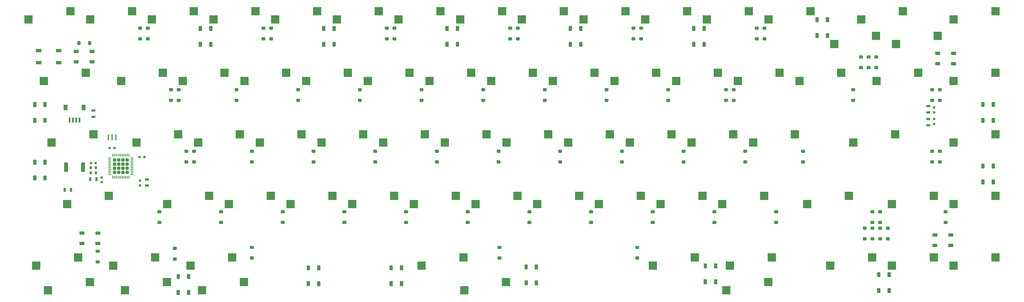
<source format=gbr>
G04 #@! TF.GenerationSoftware,KiCad,Pcbnew,(5.1.10)-1*
G04 #@! TF.CreationDate,2021-10-07T10:15:39+07:00*
G04 #@! TF.ProjectId,averange65,61766572-616e-4676-9536-352e6b696361,rev?*
G04 #@! TF.SameCoordinates,Original*
G04 #@! TF.FileFunction,Paste,Bot*
G04 #@! TF.FilePolarity,Positive*
%FSLAX46Y46*%
G04 Gerber Fmt 4.6, Leading zero omitted, Abs format (unit mm)*
G04 Created by KiCad (PCBNEW (5.1.10)-1) date 2021-10-07 10:15:39*
%MOMM*%
%LPD*%
G01*
G04 APERTURE LIST*
%ADD10R,1.500000X1.000000*%
%ADD11R,1.000000X1.500000*%
%ADD12R,1.300000X0.700000*%
%ADD13R,0.700000X1.300000*%
%ADD14R,0.800000X0.950000*%
%ADD15R,0.750000X0.800000*%
%ADD16R,0.800000X0.750000*%
%ADD17R,0.400000X1.900000*%
%ADD18R,2.550000X2.500000*%
%ADD19R,1.800000X1.100000*%
%ADD20R,1.190000X3.000000*%
%ADD21R,1.200000X1.800000*%
%ADD22R,0.600000X1.550000*%
G04 APERTURE END LIST*
G36*
G01*
X282998987Y-115074709D02*
X282998987Y-115574709D01*
G75*
G02*
X282748987Y-115824709I-250000J0D01*
G01*
X281748987Y-115824709D01*
G75*
G02*
X281498987Y-115574709I0J250000D01*
G01*
X281498987Y-115074709D01*
G75*
G02*
X281748987Y-114824709I250000J0D01*
G01*
X282748987Y-114824709D01*
G75*
G02*
X282998987Y-115074709I0J-250000D01*
G01*
G37*
D10*
X282248987Y-112124709D03*
X287148987Y-115324709D03*
X287148987Y-112124709D03*
G36*
G01*
X265191910Y-125121617D02*
X264691910Y-125121617D01*
G75*
G02*
X264441910Y-124871617I0J250000D01*
G01*
X264441910Y-123871617D01*
G75*
G02*
X264691910Y-123621617I250000J0D01*
G01*
X265191910Y-123621617D01*
G75*
G02*
X265441910Y-123871617I0J-250000D01*
G01*
X265441910Y-124871617D01*
G75*
G02*
X265191910Y-125121617I-250000J0D01*
G01*
G37*
D11*
X268141910Y-124371617D03*
X264941910Y-129271617D03*
X268141910Y-129271617D03*
G36*
G01*
X211613650Y-122442704D02*
X211113650Y-122442704D01*
G75*
G02*
X210863650Y-122192704I0J250000D01*
G01*
X210863650Y-121192704D01*
G75*
G02*
X211113650Y-120942704I250000J0D01*
G01*
X211613650Y-120942704D01*
G75*
G02*
X211863650Y-121192704I0J-250000D01*
G01*
X211863650Y-122192704D01*
G75*
G02*
X211613650Y-122442704I-250000J0D01*
G01*
G37*
X214563650Y-121692704D03*
X211363650Y-126592704D03*
X214563650Y-126592704D03*
G36*
G01*
X156249448Y-122740361D02*
X155749448Y-122740361D01*
G75*
G02*
X155499448Y-122490361I0J250000D01*
G01*
X155499448Y-121490361D01*
G75*
G02*
X155749448Y-121240361I250000J0D01*
G01*
X156249448Y-121240361D01*
G75*
G02*
X156499448Y-121490361I0J-250000D01*
G01*
X156499448Y-122490361D01*
G75*
G02*
X156249448Y-122740361I-250000J0D01*
G01*
G37*
X159199448Y-121990361D03*
X155999448Y-126890361D03*
X159199448Y-126890361D03*
G36*
G01*
X114577468Y-123038018D02*
X114077468Y-123038018D01*
G75*
G02*
X113827468Y-122788018I0J250000D01*
G01*
X113827468Y-121788018D01*
G75*
G02*
X114077468Y-121538018I250000J0D01*
G01*
X114577468Y-121538018D01*
G75*
G02*
X114827468Y-121788018I0J-250000D01*
G01*
X114827468Y-122788018D01*
G75*
G02*
X114577468Y-123038018I-250000J0D01*
G01*
G37*
X117527468Y-122288018D03*
X114327468Y-127188018D03*
X117527468Y-127188018D03*
G36*
G01*
X88978966Y-123038018D02*
X88478966Y-123038018D01*
G75*
G02*
X88228966Y-122788018I0J250000D01*
G01*
X88228966Y-121788018D01*
G75*
G02*
X88478966Y-121538018I250000J0D01*
G01*
X88978966Y-121538018D01*
G75*
G02*
X89228966Y-121788018I0J-250000D01*
G01*
X89228966Y-122788018D01*
G75*
G02*
X88978966Y-123038018I-250000J0D01*
G01*
G37*
X91928966Y-122288018D03*
X88728966Y-127188018D03*
X91928966Y-127188018D03*
G36*
G01*
X48795271Y-125716931D02*
X48295271Y-125716931D01*
G75*
G02*
X48045271Y-125466931I0J250000D01*
G01*
X48045271Y-124466931D01*
G75*
G02*
X48295271Y-124216931I250000J0D01*
G01*
X48795271Y-124216931D01*
G75*
G02*
X49045271Y-124466931I0J-250000D01*
G01*
X49045271Y-125466931D01*
G75*
G02*
X48795271Y-125716931I-250000J0D01*
G01*
G37*
X51745271Y-124966931D03*
X48545271Y-129866931D03*
X51745271Y-129866931D03*
G36*
G01*
X22972542Y-111779395D02*
X22972542Y-111279395D01*
G75*
G02*
X23222542Y-111029395I250000J0D01*
G01*
X24222542Y-111029395D01*
G75*
G02*
X24472542Y-111279395I0J-250000D01*
G01*
X24472542Y-111779395D01*
G75*
G02*
X24222542Y-112029395I-250000J0D01*
G01*
X23222542Y-112029395D01*
G75*
G02*
X22972542Y-111779395I0J250000D01*
G01*
G37*
D10*
X23722542Y-114729395D03*
X18822542Y-111529395D03*
X18822542Y-114729395D03*
G36*
G01*
X7144520Y-93696050D02*
X7644520Y-93696050D01*
G75*
G02*
X7894520Y-93946050I0J-250000D01*
G01*
X7894520Y-94946050D01*
G75*
G02*
X7644520Y-95196050I-250000J0D01*
G01*
X7144520Y-95196050D01*
G75*
G02*
X6894520Y-94946050I0J250000D01*
G01*
X6894520Y-93946050D01*
G75*
G02*
X7144520Y-93696050I250000J0D01*
G01*
G37*
D11*
X4194520Y-94446050D03*
X7394520Y-89546050D03*
X4194520Y-89546050D03*
G36*
G01*
X7144520Y-75836600D02*
X7644520Y-75836600D01*
G75*
G02*
X7894520Y-76086600I0J-250000D01*
G01*
X7894520Y-77086600D01*
G75*
G02*
X7644520Y-77336600I-250000J0D01*
G01*
X7144520Y-77336600D01*
G75*
G02*
X6894520Y-77086600I0J250000D01*
G01*
X6894520Y-76086600D01*
G75*
G02*
X7144520Y-75836600I250000J0D01*
G01*
G37*
X4194520Y-76586600D03*
X7394520Y-71686600D03*
X4194520Y-71686600D03*
G36*
G01*
X297338866Y-91486376D02*
X296838866Y-91486376D01*
G75*
G02*
X296588866Y-91236376I0J250000D01*
G01*
X296588866Y-90236376D01*
G75*
G02*
X296838866Y-89986376I250000J0D01*
G01*
X297338866Y-89986376D01*
G75*
G02*
X297588866Y-90236376I0J-250000D01*
G01*
X297588866Y-91236376D01*
G75*
G02*
X297338866Y-91486376I-250000J0D01*
G01*
G37*
X300288866Y-90736376D03*
X297088866Y-95636376D03*
X300288866Y-95636376D03*
G36*
G01*
X297338866Y-72436328D02*
X296838866Y-72436328D01*
G75*
G02*
X296588866Y-72186328I0J250000D01*
G01*
X296588866Y-71186328D01*
G75*
G02*
X296838866Y-70936328I250000J0D01*
G01*
X297338866Y-70936328D01*
G75*
G02*
X297588866Y-71186328I0J-250000D01*
G01*
X297588866Y-72186328D01*
G75*
G02*
X297338866Y-72436328I-250000J0D01*
G01*
G37*
X300288866Y-71686328D03*
X297088866Y-76586328D03*
X300288866Y-76586328D03*
G36*
G01*
X283892570Y-58817780D02*
X283892570Y-59317780D01*
G75*
G02*
X283642570Y-59567780I-250000J0D01*
G01*
X282642570Y-59567780D01*
G75*
G02*
X282392570Y-59317780I0J250000D01*
G01*
X282392570Y-58817780D01*
G75*
G02*
X282642570Y-58567780I250000J0D01*
G01*
X283642570Y-58567780D01*
G75*
G02*
X283892570Y-58817780I0J-250000D01*
G01*
G37*
D10*
X283142570Y-55867780D03*
X288042570Y-59067780D03*
X288042570Y-55867780D03*
G36*
G01*
X248841862Y-49642512D02*
X249341862Y-49642512D01*
G75*
G02*
X249591862Y-49892512I0J-250000D01*
G01*
X249591862Y-50892512D01*
G75*
G02*
X249341862Y-51142512I-250000J0D01*
G01*
X248841862Y-51142512D01*
G75*
G02*
X248591862Y-50892512I0J250000D01*
G01*
X248591862Y-49892512D01*
G75*
G02*
X248841862Y-49642512I250000J0D01*
G01*
G37*
D11*
X245891862Y-50392512D03*
X249091862Y-45492512D03*
X245891862Y-45492512D03*
G36*
G01*
X210742250Y-52321651D02*
X211242250Y-52321651D01*
G75*
G02*
X211492250Y-52571651I0J-250000D01*
G01*
X211492250Y-53571651D01*
G75*
G02*
X211242250Y-53821651I-250000J0D01*
G01*
X210742250Y-53821651D01*
G75*
G02*
X210492250Y-53571651I0J250000D01*
G01*
X210492250Y-52571651D01*
G75*
G02*
X210742250Y-52321651I250000J0D01*
G01*
G37*
X207792250Y-53071651D03*
X210992250Y-48171651D03*
X207792250Y-48171651D03*
G36*
G01*
X172642090Y-52321651D02*
X173142090Y-52321651D01*
G75*
G02*
X173392090Y-52571651I0J-250000D01*
G01*
X173392090Y-53571651D01*
G75*
G02*
X173142090Y-53821651I-250000J0D01*
G01*
X172642090Y-53821651D01*
G75*
G02*
X172392090Y-53571651I0J250000D01*
G01*
X172392090Y-52571651D01*
G75*
G02*
X172642090Y-52321651I250000J0D01*
G01*
G37*
X169692090Y-53071651D03*
X172892090Y-48171651D03*
X169692090Y-48171651D03*
G36*
G01*
X134541930Y-52321651D02*
X135041930Y-52321651D01*
G75*
G02*
X135291930Y-52571651I0J-250000D01*
G01*
X135291930Y-53571651D01*
G75*
G02*
X135041930Y-53821651I-250000J0D01*
G01*
X134541930Y-53821651D01*
G75*
G02*
X134291930Y-53571651I0J250000D01*
G01*
X134291930Y-52571651D01*
G75*
G02*
X134541930Y-52321651I250000J0D01*
G01*
G37*
X131591930Y-53071651D03*
X134791930Y-48171651D03*
X131591930Y-48171651D03*
G36*
G01*
X96441770Y-52321651D02*
X96941770Y-52321651D01*
G75*
G02*
X97191770Y-52571651I0J-250000D01*
G01*
X97191770Y-53571651D01*
G75*
G02*
X96941770Y-53821651I-250000J0D01*
G01*
X96441770Y-53821651D01*
G75*
G02*
X96191770Y-53571651I0J250000D01*
G01*
X96191770Y-52571651D01*
G75*
G02*
X96441770Y-52321651I250000J0D01*
G01*
G37*
X93491770Y-53071651D03*
X96691770Y-48171651D03*
X93491770Y-48171651D03*
G36*
G01*
X58341610Y-52321651D02*
X58841610Y-52321651D01*
G75*
G02*
X59091610Y-52571651I0J-250000D01*
G01*
X59091610Y-53571651D01*
G75*
G02*
X58841610Y-53821651I-250000J0D01*
G01*
X58341610Y-53821651D01*
G75*
G02*
X58091610Y-53571651I0J250000D01*
G01*
X58091610Y-52571651D01*
G75*
G02*
X58341610Y-52321651I250000J0D01*
G01*
G37*
X55391610Y-53071651D03*
X58591610Y-48171651D03*
X55391610Y-48171651D03*
G36*
G01*
X17786764Y-58222466D02*
X17786764Y-58722466D01*
G75*
G02*
X17536764Y-58972466I-250000J0D01*
G01*
X16536764Y-58972466D01*
G75*
G02*
X16286764Y-58722466I0J250000D01*
G01*
X16286764Y-58222466D01*
G75*
G02*
X16536764Y-57972466I250000J0D01*
G01*
X17536764Y-57972466D01*
G75*
G02*
X17786764Y-58222466I0J-250000D01*
G01*
G37*
D10*
X17036764Y-55272466D03*
X21936764Y-58472466D03*
X21936764Y-55272466D03*
D12*
X280234132Y-74136328D03*
X280234132Y-72236328D03*
X280234132Y-78119927D03*
X280234132Y-76219927D03*
D13*
X23264597Y-94838023D03*
X21364597Y-94838023D03*
X15396250Y-98107500D03*
X13496250Y-98107500D03*
D12*
X38834305Y-94915289D03*
X38834305Y-96815289D03*
X22320250Y-75496500D03*
X22320250Y-73596500D03*
D14*
X21489597Y-92838023D03*
X23139597Y-92838023D03*
X21489597Y-91303246D03*
X23139597Y-91303246D03*
D15*
X282020074Y-74136328D03*
X282020074Y-72636328D03*
X282020074Y-77719927D03*
X282020074Y-76219927D03*
D16*
X38056250Y-88011000D03*
X36556250Y-88011000D03*
X21564597Y-89803246D03*
X23064597Y-89803246D03*
X27368653Y-85149637D03*
X28868653Y-85149637D03*
D15*
X36750706Y-95262000D03*
X36750706Y-96762000D03*
X24923750Y-94297500D03*
X24923750Y-95797500D03*
G36*
G01*
X267382538Y-109491110D02*
X268082538Y-109491110D01*
G75*
G02*
X268332538Y-109741110I0J-250000D01*
G01*
X268332538Y-110241110D01*
G75*
G02*
X268082538Y-110491110I-250000J0D01*
G01*
X267382538Y-110491110D01*
G75*
G02*
X267132538Y-110241110I0J250000D01*
G01*
X267132538Y-109741110D01*
G75*
G02*
X267382538Y-109491110I250000J0D01*
G01*
G37*
G36*
G01*
X267382538Y-112791110D02*
X268082538Y-112791110D01*
G75*
G02*
X268332538Y-113041110I0J-250000D01*
G01*
X268332538Y-113541110D01*
G75*
G02*
X268082538Y-113791110I-250000J0D01*
G01*
X267382538Y-113791110D01*
G75*
G02*
X267132538Y-113541110I0J250000D01*
G01*
X267132538Y-113041110D01*
G75*
G02*
X267382538Y-112791110I250000J0D01*
G01*
G37*
G36*
G01*
X265001282Y-109491110D02*
X265701282Y-109491110D01*
G75*
G02*
X265951282Y-109741110I0J-250000D01*
G01*
X265951282Y-110241110D01*
G75*
G02*
X265701282Y-110491110I-250000J0D01*
G01*
X265001282Y-110491110D01*
G75*
G02*
X264751282Y-110241110I0J250000D01*
G01*
X264751282Y-109741110D01*
G75*
G02*
X265001282Y-109491110I250000J0D01*
G01*
G37*
G36*
G01*
X265001282Y-112791110D02*
X265701282Y-112791110D01*
G75*
G02*
X265951282Y-113041110I0J-250000D01*
G01*
X265951282Y-113541110D01*
G75*
G02*
X265701282Y-113791110I-250000J0D01*
G01*
X265001282Y-113791110D01*
G75*
G02*
X264751282Y-113541110I0J250000D01*
G01*
X264751282Y-113041110D01*
G75*
G02*
X265001282Y-112791110I250000J0D01*
G01*
G37*
G36*
G01*
X262620026Y-109491110D02*
X263320026Y-109491110D01*
G75*
G02*
X263570026Y-109741110I0J-250000D01*
G01*
X263570026Y-110241110D01*
G75*
G02*
X263320026Y-110491110I-250000J0D01*
G01*
X262620026Y-110491110D01*
G75*
G02*
X262370026Y-110241110I0J250000D01*
G01*
X262370026Y-109741110D01*
G75*
G02*
X262620026Y-109491110I250000J0D01*
G01*
G37*
G36*
G01*
X262620026Y-112791110D02*
X263320026Y-112791110D01*
G75*
G02*
X263570026Y-113041110I0J-250000D01*
G01*
X263570026Y-113541110D01*
G75*
G02*
X263320026Y-113791110I-250000J0D01*
G01*
X262620026Y-113791110D01*
G75*
G02*
X262370026Y-113541110I0J250000D01*
G01*
X262370026Y-113041110D01*
G75*
G02*
X262620026Y-112791110I250000J0D01*
G01*
G37*
G36*
G01*
X260238770Y-109491110D02*
X260938770Y-109491110D01*
G75*
G02*
X261188770Y-109741110I0J-250000D01*
G01*
X261188770Y-110241110D01*
G75*
G02*
X260938770Y-110491110I-250000J0D01*
G01*
X260238770Y-110491110D01*
G75*
G02*
X259988770Y-110241110I0J250000D01*
G01*
X259988770Y-109741110D01*
G75*
G02*
X260238770Y-109491110I250000J0D01*
G01*
G37*
G36*
G01*
X260238770Y-112791110D02*
X260938770Y-112791110D01*
G75*
G02*
X261188770Y-113041110I0J-250000D01*
G01*
X261188770Y-113541110D01*
G75*
G02*
X260938770Y-113791110I-250000J0D01*
G01*
X260238770Y-113791110D01*
G75*
G02*
X259988770Y-113541110I0J250000D01*
G01*
X259988770Y-113041110D01*
G75*
G02*
X260238770Y-112791110I250000J0D01*
G01*
G37*
G36*
G01*
X189991718Y-115444250D02*
X190691718Y-115444250D01*
G75*
G02*
X190941718Y-115694250I0J-250000D01*
G01*
X190941718Y-116194250D01*
G75*
G02*
X190691718Y-116444250I-250000J0D01*
G01*
X189991718Y-116444250D01*
G75*
G02*
X189741718Y-116194250I0J250000D01*
G01*
X189741718Y-115694250D01*
G75*
G02*
X189991718Y-115444250I250000J0D01*
G01*
G37*
G36*
G01*
X189991718Y-118744250D02*
X190691718Y-118744250D01*
G75*
G02*
X190941718Y-118994250I0J-250000D01*
G01*
X190941718Y-119494250D01*
G75*
G02*
X190691718Y-119744250I-250000J0D01*
G01*
X189991718Y-119744250D01*
G75*
G02*
X189741718Y-119494250I0J250000D01*
G01*
X189741718Y-118994250D01*
G75*
G02*
X189991718Y-118744250I250000J0D01*
G01*
G37*
G36*
G01*
X147426767Y-115444250D02*
X148126767Y-115444250D01*
G75*
G02*
X148376767Y-115694250I0J-250000D01*
G01*
X148376767Y-116194250D01*
G75*
G02*
X148126767Y-116444250I-250000J0D01*
G01*
X147426767Y-116444250D01*
G75*
G02*
X147176767Y-116194250I0J250000D01*
G01*
X147176767Y-115694250D01*
G75*
G02*
X147426767Y-115444250I250000J0D01*
G01*
G37*
G36*
G01*
X147426767Y-118744250D02*
X148126767Y-118744250D01*
G75*
G02*
X148376767Y-118994250I0J-250000D01*
G01*
X148376767Y-119494250D01*
G75*
G02*
X148126767Y-119744250I-250000J0D01*
G01*
X147426767Y-119744250D01*
G75*
G02*
X147176767Y-119494250I0J250000D01*
G01*
X147176767Y-118994250D01*
G75*
G02*
X147426767Y-118744250I250000J0D01*
G01*
G37*
G36*
G01*
X70928918Y-115444250D02*
X71628918Y-115444250D01*
G75*
G02*
X71878918Y-115694250I0J-250000D01*
G01*
X71878918Y-116194250D01*
G75*
G02*
X71628918Y-116444250I-250000J0D01*
G01*
X70928918Y-116444250D01*
G75*
G02*
X70678918Y-116194250I0J250000D01*
G01*
X70678918Y-115694250D01*
G75*
G02*
X70928918Y-115444250I250000J0D01*
G01*
G37*
G36*
G01*
X70928918Y-118744250D02*
X71628918Y-118744250D01*
G75*
G02*
X71878918Y-118994250I0J-250000D01*
G01*
X71878918Y-119494250D01*
G75*
G02*
X71628918Y-119744250I-250000J0D01*
G01*
X70928918Y-119744250D01*
G75*
G02*
X70678918Y-119494250I0J250000D01*
G01*
X70678918Y-118994250D01*
G75*
G02*
X70928918Y-118744250I250000J0D01*
G01*
G37*
G36*
G01*
X47116358Y-115741907D02*
X47816358Y-115741907D01*
G75*
G02*
X48066358Y-115991907I0J-250000D01*
G01*
X48066358Y-116491907D01*
G75*
G02*
X47816358Y-116741907I-250000J0D01*
G01*
X47116358Y-116741907D01*
G75*
G02*
X46866358Y-116491907I0J250000D01*
G01*
X46866358Y-115991907D01*
G75*
G02*
X47116358Y-115741907I250000J0D01*
G01*
G37*
G36*
G01*
X47116358Y-119041907D02*
X47816358Y-119041907D01*
G75*
G02*
X48066358Y-119291907I0J-250000D01*
G01*
X48066358Y-119791907D01*
G75*
G02*
X47816358Y-120041907I-250000J0D01*
G01*
X47116358Y-120041907D01*
G75*
G02*
X46866358Y-119791907I0J250000D01*
G01*
X46866358Y-119291907D01*
G75*
G02*
X47116358Y-119041907I250000J0D01*
G01*
G37*
G36*
G01*
X23303798Y-116634878D02*
X24003798Y-116634878D01*
G75*
G02*
X24253798Y-116884878I0J-250000D01*
G01*
X24253798Y-117384878D01*
G75*
G02*
X24003798Y-117634878I-250000J0D01*
G01*
X23303798Y-117634878D01*
G75*
G02*
X23053798Y-117384878I0J250000D01*
G01*
X23053798Y-116884878D01*
G75*
G02*
X23303798Y-116634878I250000J0D01*
G01*
G37*
G36*
G01*
X23303798Y-119934878D02*
X24003798Y-119934878D01*
G75*
G02*
X24253798Y-120184878I0J-250000D01*
G01*
X24253798Y-120684878D01*
G75*
G02*
X24003798Y-120934878I-250000J0D01*
G01*
X23303798Y-120934878D01*
G75*
G02*
X23053798Y-120684878I0J250000D01*
G01*
X23053798Y-120184878D01*
G75*
G02*
X23303798Y-119934878I250000J0D01*
G01*
G37*
G36*
G01*
X285941958Y-108730941D02*
X285241958Y-108730941D01*
G75*
G02*
X284991958Y-108480941I0J250000D01*
G01*
X284991958Y-107980941D01*
G75*
G02*
X285241958Y-107730941I250000J0D01*
G01*
X285941958Y-107730941D01*
G75*
G02*
X286191958Y-107980941I0J-250000D01*
G01*
X286191958Y-108480941D01*
G75*
G02*
X285941958Y-108730941I-250000J0D01*
G01*
G37*
G36*
G01*
X285941958Y-105430941D02*
X285241958Y-105430941D01*
G75*
G02*
X284991958Y-105180941I0J250000D01*
G01*
X284991958Y-104680941D01*
G75*
G02*
X285241958Y-104430941I250000J0D01*
G01*
X285941958Y-104430941D01*
G75*
G02*
X286191958Y-104680941I0J-250000D01*
G01*
X286191958Y-105180941D01*
G75*
G02*
X285941958Y-105430941I-250000J0D01*
G01*
G37*
G36*
G01*
X265701282Y-108730941D02*
X265001282Y-108730941D01*
G75*
G02*
X264751282Y-108480941I0J250000D01*
G01*
X264751282Y-107980941D01*
G75*
G02*
X265001282Y-107730941I250000J0D01*
G01*
X265701282Y-107730941D01*
G75*
G02*
X265951282Y-107980941I0J-250000D01*
G01*
X265951282Y-108480941D01*
G75*
G02*
X265701282Y-108730941I-250000J0D01*
G01*
G37*
G36*
G01*
X265701282Y-105430941D02*
X265001282Y-105430941D01*
G75*
G02*
X264751282Y-105180941I0J250000D01*
G01*
X264751282Y-104680941D01*
G75*
G02*
X265001282Y-104430941I250000J0D01*
G01*
X265701282Y-104430941D01*
G75*
G02*
X265951282Y-104680941I0J-250000D01*
G01*
X265951282Y-105180941D01*
G75*
G02*
X265701282Y-105430941I-250000J0D01*
G01*
G37*
G36*
G01*
X263320026Y-108730941D02*
X262620026Y-108730941D01*
G75*
G02*
X262370026Y-108480941I0J250000D01*
G01*
X262370026Y-107980941D01*
G75*
G02*
X262620026Y-107730941I250000J0D01*
G01*
X263320026Y-107730941D01*
G75*
G02*
X263570026Y-107980941I0J-250000D01*
G01*
X263570026Y-108480941D01*
G75*
G02*
X263320026Y-108730941I-250000J0D01*
G01*
G37*
G36*
G01*
X263320026Y-105430941D02*
X262620026Y-105430941D01*
G75*
G02*
X262370026Y-105180941I0J250000D01*
G01*
X262370026Y-104680941D01*
G75*
G02*
X262620026Y-104430941I250000J0D01*
G01*
X263320026Y-104430941D01*
G75*
G02*
X263570026Y-104680941I0J-250000D01*
G01*
X263570026Y-105180941D01*
G75*
G02*
X263320026Y-105430941I-250000J0D01*
G01*
G37*
G36*
G01*
X233554850Y-108731265D02*
X232854850Y-108731265D01*
G75*
G02*
X232604850Y-108481265I0J250000D01*
G01*
X232604850Y-107981265D01*
G75*
G02*
X232854850Y-107731265I250000J0D01*
G01*
X233554850Y-107731265D01*
G75*
G02*
X233804850Y-107981265I0J-250000D01*
G01*
X233804850Y-108481265D01*
G75*
G02*
X233554850Y-108731265I-250000J0D01*
G01*
G37*
G36*
G01*
X233554850Y-105431265D02*
X232854850Y-105431265D01*
G75*
G02*
X232604850Y-105181265I0J250000D01*
G01*
X232604850Y-104681265D01*
G75*
G02*
X232854850Y-104431265I250000J0D01*
G01*
X233554850Y-104431265D01*
G75*
G02*
X233804850Y-104681265I0J-250000D01*
G01*
X233804850Y-105181265D01*
G75*
G02*
X233554850Y-105431265I-250000J0D01*
G01*
G37*
G36*
G01*
X214504770Y-108731265D02*
X213804770Y-108731265D01*
G75*
G02*
X213554770Y-108481265I0J250000D01*
G01*
X213554770Y-107981265D01*
G75*
G02*
X213804770Y-107731265I250000J0D01*
G01*
X214504770Y-107731265D01*
G75*
G02*
X214754770Y-107981265I0J-250000D01*
G01*
X214754770Y-108481265D01*
G75*
G02*
X214504770Y-108731265I-250000J0D01*
G01*
G37*
G36*
G01*
X214504770Y-105431265D02*
X213804770Y-105431265D01*
G75*
G02*
X213554770Y-105181265I0J250000D01*
G01*
X213554770Y-104681265D01*
G75*
G02*
X213804770Y-104431265I250000J0D01*
G01*
X214504770Y-104431265D01*
G75*
G02*
X214754770Y-104681265I0J-250000D01*
G01*
X214754770Y-105181265D01*
G75*
G02*
X214504770Y-105431265I-250000J0D01*
G01*
G37*
G36*
G01*
X195454690Y-108731265D02*
X194754690Y-108731265D01*
G75*
G02*
X194504690Y-108481265I0J250000D01*
G01*
X194504690Y-107981265D01*
G75*
G02*
X194754690Y-107731265I250000J0D01*
G01*
X195454690Y-107731265D01*
G75*
G02*
X195704690Y-107981265I0J-250000D01*
G01*
X195704690Y-108481265D01*
G75*
G02*
X195454690Y-108731265I-250000J0D01*
G01*
G37*
G36*
G01*
X195454690Y-105431265D02*
X194754690Y-105431265D01*
G75*
G02*
X194504690Y-105181265I0J250000D01*
G01*
X194504690Y-104681265D01*
G75*
G02*
X194754690Y-104431265I250000J0D01*
G01*
X195454690Y-104431265D01*
G75*
G02*
X195704690Y-104681265I0J-250000D01*
G01*
X195704690Y-105181265D01*
G75*
G02*
X195454690Y-105431265I-250000J0D01*
G01*
G37*
G36*
G01*
X176404610Y-108731265D02*
X175704610Y-108731265D01*
G75*
G02*
X175454610Y-108481265I0J250000D01*
G01*
X175454610Y-107981265D01*
G75*
G02*
X175704610Y-107731265I250000J0D01*
G01*
X176404610Y-107731265D01*
G75*
G02*
X176654610Y-107981265I0J-250000D01*
G01*
X176654610Y-108481265D01*
G75*
G02*
X176404610Y-108731265I-250000J0D01*
G01*
G37*
G36*
G01*
X176404610Y-105431265D02*
X175704610Y-105431265D01*
G75*
G02*
X175454610Y-105181265I0J250000D01*
G01*
X175454610Y-104681265D01*
G75*
G02*
X175704610Y-104431265I250000J0D01*
G01*
X176404610Y-104431265D01*
G75*
G02*
X176654610Y-104681265I0J-250000D01*
G01*
X176654610Y-105181265D01*
G75*
G02*
X176404610Y-105431265I-250000J0D01*
G01*
G37*
G36*
G01*
X157354530Y-108731265D02*
X156654530Y-108731265D01*
G75*
G02*
X156404530Y-108481265I0J250000D01*
G01*
X156404530Y-107981265D01*
G75*
G02*
X156654530Y-107731265I250000J0D01*
G01*
X157354530Y-107731265D01*
G75*
G02*
X157604530Y-107981265I0J-250000D01*
G01*
X157604530Y-108481265D01*
G75*
G02*
X157354530Y-108731265I-250000J0D01*
G01*
G37*
G36*
G01*
X157354530Y-105431265D02*
X156654530Y-105431265D01*
G75*
G02*
X156404530Y-105181265I0J250000D01*
G01*
X156404530Y-104681265D01*
G75*
G02*
X156654530Y-104431265I250000J0D01*
G01*
X157354530Y-104431265D01*
G75*
G02*
X157604530Y-104681265I0J-250000D01*
G01*
X157604530Y-105181265D01*
G75*
G02*
X157354530Y-105431265I-250000J0D01*
G01*
G37*
G36*
G01*
X138304450Y-108731265D02*
X137604450Y-108731265D01*
G75*
G02*
X137354450Y-108481265I0J250000D01*
G01*
X137354450Y-107981265D01*
G75*
G02*
X137604450Y-107731265I250000J0D01*
G01*
X138304450Y-107731265D01*
G75*
G02*
X138554450Y-107981265I0J-250000D01*
G01*
X138554450Y-108481265D01*
G75*
G02*
X138304450Y-108731265I-250000J0D01*
G01*
G37*
G36*
G01*
X138304450Y-105431265D02*
X137604450Y-105431265D01*
G75*
G02*
X137354450Y-105181265I0J250000D01*
G01*
X137354450Y-104681265D01*
G75*
G02*
X137604450Y-104431265I250000J0D01*
G01*
X138304450Y-104431265D01*
G75*
G02*
X138554450Y-104681265I0J-250000D01*
G01*
X138554450Y-105181265D01*
G75*
G02*
X138304450Y-105431265I-250000J0D01*
G01*
G37*
G36*
G01*
X119254370Y-108731265D02*
X118554370Y-108731265D01*
G75*
G02*
X118304370Y-108481265I0J250000D01*
G01*
X118304370Y-107981265D01*
G75*
G02*
X118554370Y-107731265I250000J0D01*
G01*
X119254370Y-107731265D01*
G75*
G02*
X119504370Y-107981265I0J-250000D01*
G01*
X119504370Y-108481265D01*
G75*
G02*
X119254370Y-108731265I-250000J0D01*
G01*
G37*
G36*
G01*
X119254370Y-105431265D02*
X118554370Y-105431265D01*
G75*
G02*
X118304370Y-105181265I0J250000D01*
G01*
X118304370Y-104681265D01*
G75*
G02*
X118554370Y-104431265I250000J0D01*
G01*
X119254370Y-104431265D01*
G75*
G02*
X119504370Y-104681265I0J-250000D01*
G01*
X119504370Y-105181265D01*
G75*
G02*
X119254370Y-105431265I-250000J0D01*
G01*
G37*
G36*
G01*
X100204290Y-108731265D02*
X99504290Y-108731265D01*
G75*
G02*
X99254290Y-108481265I0J250000D01*
G01*
X99254290Y-107981265D01*
G75*
G02*
X99504290Y-107731265I250000J0D01*
G01*
X100204290Y-107731265D01*
G75*
G02*
X100454290Y-107981265I0J-250000D01*
G01*
X100454290Y-108481265D01*
G75*
G02*
X100204290Y-108731265I-250000J0D01*
G01*
G37*
G36*
G01*
X100204290Y-105431265D02*
X99504290Y-105431265D01*
G75*
G02*
X99254290Y-105181265I0J250000D01*
G01*
X99254290Y-104681265D01*
G75*
G02*
X99504290Y-104431265I250000J0D01*
G01*
X100204290Y-104431265D01*
G75*
G02*
X100454290Y-104681265I0J-250000D01*
G01*
X100454290Y-105181265D01*
G75*
G02*
X100204290Y-105431265I-250000J0D01*
G01*
G37*
G36*
G01*
X81154210Y-108731265D02*
X80454210Y-108731265D01*
G75*
G02*
X80204210Y-108481265I0J250000D01*
G01*
X80204210Y-107981265D01*
G75*
G02*
X80454210Y-107731265I250000J0D01*
G01*
X81154210Y-107731265D01*
G75*
G02*
X81404210Y-107981265I0J-250000D01*
G01*
X81404210Y-108481265D01*
G75*
G02*
X81154210Y-108731265I-250000J0D01*
G01*
G37*
G36*
G01*
X81154210Y-105431265D02*
X80454210Y-105431265D01*
G75*
G02*
X80204210Y-105181265I0J250000D01*
G01*
X80204210Y-104681265D01*
G75*
G02*
X80454210Y-104431265I250000J0D01*
G01*
X81154210Y-104431265D01*
G75*
G02*
X81404210Y-104681265I0J-250000D01*
G01*
X81404210Y-105181265D01*
G75*
G02*
X81154210Y-105431265I-250000J0D01*
G01*
G37*
G36*
G01*
X62104130Y-108731265D02*
X61404130Y-108731265D01*
G75*
G02*
X61154130Y-108481265I0J250000D01*
G01*
X61154130Y-107981265D01*
G75*
G02*
X61404130Y-107731265I250000J0D01*
G01*
X62104130Y-107731265D01*
G75*
G02*
X62354130Y-107981265I0J-250000D01*
G01*
X62354130Y-108481265D01*
G75*
G02*
X62104130Y-108731265I-250000J0D01*
G01*
G37*
G36*
G01*
X62104130Y-105431265D02*
X61404130Y-105431265D01*
G75*
G02*
X61154130Y-105181265I0J250000D01*
G01*
X61154130Y-104681265D01*
G75*
G02*
X61404130Y-104431265I250000J0D01*
G01*
X62104130Y-104431265D01*
G75*
G02*
X62354130Y-104681265I0J-250000D01*
G01*
X62354130Y-105181265D01*
G75*
G02*
X62104130Y-105431265I-250000J0D01*
G01*
G37*
G36*
G01*
X284156016Y-89978550D02*
X283456016Y-89978550D01*
G75*
G02*
X283206016Y-89728550I0J250000D01*
G01*
X283206016Y-89228550D01*
G75*
G02*
X283456016Y-88978550I250000J0D01*
G01*
X284156016Y-88978550D01*
G75*
G02*
X284406016Y-89228550I0J-250000D01*
G01*
X284406016Y-89728550D01*
G75*
G02*
X284156016Y-89978550I-250000J0D01*
G01*
G37*
G36*
G01*
X284156016Y-86678550D02*
X283456016Y-86678550D01*
G75*
G02*
X283206016Y-86428550I0J250000D01*
G01*
X283206016Y-85928550D01*
G75*
G02*
X283456016Y-85678550I250000J0D01*
G01*
X284156016Y-85678550D01*
G75*
G02*
X284406016Y-85928550I0J-250000D01*
G01*
X284406016Y-86428550D01*
G75*
G02*
X284156016Y-86678550I-250000J0D01*
G01*
G37*
G36*
G01*
X43053846Y-108730941D02*
X42353846Y-108730941D01*
G75*
G02*
X42103846Y-108480941I0J250000D01*
G01*
X42103846Y-107980941D01*
G75*
G02*
X42353846Y-107730941I250000J0D01*
G01*
X43053846Y-107730941D01*
G75*
G02*
X43303846Y-107980941I0J-250000D01*
G01*
X43303846Y-108480941D01*
G75*
G02*
X43053846Y-108730941I-250000J0D01*
G01*
G37*
G36*
G01*
X43053846Y-105430941D02*
X42353846Y-105430941D01*
G75*
G02*
X42103846Y-105180941I0J250000D01*
G01*
X42103846Y-104680941D01*
G75*
G02*
X42353846Y-104430941I250000J0D01*
G01*
X43053846Y-104430941D01*
G75*
G02*
X43303846Y-104680941I0J-250000D01*
G01*
X43303846Y-105180941D01*
G75*
G02*
X43053846Y-105430941I-250000J0D01*
G01*
G37*
G36*
G01*
X281774760Y-89978550D02*
X281074760Y-89978550D01*
G75*
G02*
X280824760Y-89728550I0J250000D01*
G01*
X280824760Y-89228550D01*
G75*
G02*
X281074760Y-88978550I250000J0D01*
G01*
X281774760Y-88978550D01*
G75*
G02*
X282024760Y-89228550I0J-250000D01*
G01*
X282024760Y-89728550D01*
G75*
G02*
X281774760Y-89978550I-250000J0D01*
G01*
G37*
G36*
G01*
X281774760Y-86678550D02*
X281074760Y-86678550D01*
G75*
G02*
X280824760Y-86428550I0J250000D01*
G01*
X280824760Y-85928550D01*
G75*
G02*
X281074760Y-85678550I250000J0D01*
G01*
X281774760Y-85678550D01*
G75*
G02*
X282024760Y-85928550I0J-250000D01*
G01*
X282024760Y-86428550D01*
G75*
G02*
X281774760Y-86678550I-250000J0D01*
G01*
G37*
G36*
G01*
X241889260Y-89978842D02*
X241189260Y-89978842D01*
G75*
G02*
X240939260Y-89728842I0J250000D01*
G01*
X240939260Y-89228842D01*
G75*
G02*
X241189260Y-88978842I250000J0D01*
G01*
X241889260Y-88978842D01*
G75*
G02*
X242139260Y-89228842I0J-250000D01*
G01*
X242139260Y-89728842D01*
G75*
G02*
X241889260Y-89978842I-250000J0D01*
G01*
G37*
G36*
G01*
X241889260Y-86678842D02*
X241189260Y-86678842D01*
G75*
G02*
X240939260Y-86428842I0J250000D01*
G01*
X240939260Y-85928842D01*
G75*
G02*
X241189260Y-85678842I250000J0D01*
G01*
X241889260Y-85678842D01*
G75*
G02*
X242139260Y-85928842I0J-250000D01*
G01*
X242139260Y-86428842D01*
G75*
G02*
X241889260Y-86678842I-250000J0D01*
G01*
G37*
G36*
G01*
X224029810Y-89978842D02*
X223329810Y-89978842D01*
G75*
G02*
X223079810Y-89728842I0J250000D01*
G01*
X223079810Y-89228842D01*
G75*
G02*
X223329810Y-88978842I250000J0D01*
G01*
X224029810Y-88978842D01*
G75*
G02*
X224279810Y-89228842I0J-250000D01*
G01*
X224279810Y-89728842D01*
G75*
G02*
X224029810Y-89978842I-250000J0D01*
G01*
G37*
G36*
G01*
X224029810Y-86678842D02*
X223329810Y-86678842D01*
G75*
G02*
X223079810Y-86428842I0J250000D01*
G01*
X223079810Y-85928842D01*
G75*
G02*
X223329810Y-85678842I250000J0D01*
G01*
X224029810Y-85678842D01*
G75*
G02*
X224279810Y-85928842I0J-250000D01*
G01*
X224279810Y-86428842D01*
G75*
G02*
X224029810Y-86678842I-250000J0D01*
G01*
G37*
G36*
G01*
X204979730Y-89978842D02*
X204279730Y-89978842D01*
G75*
G02*
X204029730Y-89728842I0J250000D01*
G01*
X204029730Y-89228842D01*
G75*
G02*
X204279730Y-88978842I250000J0D01*
G01*
X204979730Y-88978842D01*
G75*
G02*
X205229730Y-89228842I0J-250000D01*
G01*
X205229730Y-89728842D01*
G75*
G02*
X204979730Y-89978842I-250000J0D01*
G01*
G37*
G36*
G01*
X204979730Y-86678842D02*
X204279730Y-86678842D01*
G75*
G02*
X204029730Y-86428842I0J250000D01*
G01*
X204029730Y-85928842D01*
G75*
G02*
X204279730Y-85678842I250000J0D01*
G01*
X204979730Y-85678842D01*
G75*
G02*
X205229730Y-85928842I0J-250000D01*
G01*
X205229730Y-86428842D01*
G75*
G02*
X204979730Y-86678842I-250000J0D01*
G01*
G37*
G36*
G01*
X185929650Y-89978842D02*
X185229650Y-89978842D01*
G75*
G02*
X184979650Y-89728842I0J250000D01*
G01*
X184979650Y-89228842D01*
G75*
G02*
X185229650Y-88978842I250000J0D01*
G01*
X185929650Y-88978842D01*
G75*
G02*
X186179650Y-89228842I0J-250000D01*
G01*
X186179650Y-89728842D01*
G75*
G02*
X185929650Y-89978842I-250000J0D01*
G01*
G37*
G36*
G01*
X185929650Y-86678842D02*
X185229650Y-86678842D01*
G75*
G02*
X184979650Y-86428842I0J250000D01*
G01*
X184979650Y-85928842D01*
G75*
G02*
X185229650Y-85678842I250000J0D01*
G01*
X185929650Y-85678842D01*
G75*
G02*
X186179650Y-85928842I0J-250000D01*
G01*
X186179650Y-86428842D01*
G75*
G02*
X185929650Y-86678842I-250000J0D01*
G01*
G37*
G36*
G01*
X166879570Y-89978842D02*
X166179570Y-89978842D01*
G75*
G02*
X165929570Y-89728842I0J250000D01*
G01*
X165929570Y-89228842D01*
G75*
G02*
X166179570Y-88978842I250000J0D01*
G01*
X166879570Y-88978842D01*
G75*
G02*
X167129570Y-89228842I0J-250000D01*
G01*
X167129570Y-89728842D01*
G75*
G02*
X166879570Y-89978842I-250000J0D01*
G01*
G37*
G36*
G01*
X166879570Y-86678842D02*
X166179570Y-86678842D01*
G75*
G02*
X165929570Y-86428842I0J250000D01*
G01*
X165929570Y-85928842D01*
G75*
G02*
X166179570Y-85678842I250000J0D01*
G01*
X166879570Y-85678842D01*
G75*
G02*
X167129570Y-85928842I0J-250000D01*
G01*
X167129570Y-86428842D01*
G75*
G02*
X166879570Y-86678842I-250000J0D01*
G01*
G37*
G36*
G01*
X147829490Y-89978842D02*
X147129490Y-89978842D01*
G75*
G02*
X146879490Y-89728842I0J250000D01*
G01*
X146879490Y-89228842D01*
G75*
G02*
X147129490Y-88978842I250000J0D01*
G01*
X147829490Y-88978842D01*
G75*
G02*
X148079490Y-89228842I0J-250000D01*
G01*
X148079490Y-89728842D01*
G75*
G02*
X147829490Y-89978842I-250000J0D01*
G01*
G37*
G36*
G01*
X147829490Y-86678842D02*
X147129490Y-86678842D01*
G75*
G02*
X146879490Y-86428842I0J250000D01*
G01*
X146879490Y-85928842D01*
G75*
G02*
X147129490Y-85678842I250000J0D01*
G01*
X147829490Y-85678842D01*
G75*
G02*
X148079490Y-85928842I0J-250000D01*
G01*
X148079490Y-86428842D01*
G75*
G02*
X147829490Y-86678842I-250000J0D01*
G01*
G37*
G36*
G01*
X128778750Y-89978442D02*
X128078750Y-89978442D01*
G75*
G02*
X127828750Y-89728442I0J250000D01*
G01*
X127828750Y-89228442D01*
G75*
G02*
X128078750Y-88978442I250000J0D01*
G01*
X128778750Y-88978442D01*
G75*
G02*
X129028750Y-89228442I0J-250000D01*
G01*
X129028750Y-89728442D01*
G75*
G02*
X128778750Y-89978442I-250000J0D01*
G01*
G37*
G36*
G01*
X128778750Y-86678442D02*
X128078750Y-86678442D01*
G75*
G02*
X127828750Y-86428442I0J250000D01*
G01*
X127828750Y-85928442D01*
G75*
G02*
X128078750Y-85678442I250000J0D01*
G01*
X128778750Y-85678442D01*
G75*
G02*
X129028750Y-85928442I0J-250000D01*
G01*
X129028750Y-86428442D01*
G75*
G02*
X128778750Y-86678442I-250000J0D01*
G01*
G37*
G36*
G01*
X109728750Y-89978442D02*
X109028750Y-89978442D01*
G75*
G02*
X108778750Y-89728442I0J250000D01*
G01*
X108778750Y-89228442D01*
G75*
G02*
X109028750Y-88978442I250000J0D01*
G01*
X109728750Y-88978442D01*
G75*
G02*
X109978750Y-89228442I0J-250000D01*
G01*
X109978750Y-89728442D01*
G75*
G02*
X109728750Y-89978442I-250000J0D01*
G01*
G37*
G36*
G01*
X109728750Y-86678442D02*
X109028750Y-86678442D01*
G75*
G02*
X108778750Y-86428442I0J250000D01*
G01*
X108778750Y-85928442D01*
G75*
G02*
X109028750Y-85678442I250000J0D01*
G01*
X109728750Y-85678442D01*
G75*
G02*
X109978750Y-85928442I0J-250000D01*
G01*
X109978750Y-86428442D01*
G75*
G02*
X109728750Y-86678442I-250000J0D01*
G01*
G37*
G36*
G01*
X90679250Y-89978842D02*
X89979250Y-89978842D01*
G75*
G02*
X89729250Y-89728842I0J250000D01*
G01*
X89729250Y-89228842D01*
G75*
G02*
X89979250Y-88978842I250000J0D01*
G01*
X90679250Y-88978842D01*
G75*
G02*
X90929250Y-89228842I0J-250000D01*
G01*
X90929250Y-89728842D01*
G75*
G02*
X90679250Y-89978842I-250000J0D01*
G01*
G37*
G36*
G01*
X90679250Y-86678842D02*
X89979250Y-86678842D01*
G75*
G02*
X89729250Y-86428842I0J250000D01*
G01*
X89729250Y-85928842D01*
G75*
G02*
X89979250Y-85678842I250000J0D01*
G01*
X90679250Y-85678842D01*
G75*
G02*
X90929250Y-85928842I0J-250000D01*
G01*
X90929250Y-86428842D01*
G75*
G02*
X90679250Y-86678842I-250000J0D01*
G01*
G37*
G36*
G01*
X71629170Y-89978842D02*
X70929170Y-89978842D01*
G75*
G02*
X70679170Y-89728842I0J250000D01*
G01*
X70679170Y-89228842D01*
G75*
G02*
X70929170Y-88978842I250000J0D01*
G01*
X71629170Y-88978842D01*
G75*
G02*
X71879170Y-89228842I0J-250000D01*
G01*
X71879170Y-89728842D01*
G75*
G02*
X71629170Y-89978842I-250000J0D01*
G01*
G37*
G36*
G01*
X71629170Y-86678842D02*
X70929170Y-86678842D01*
G75*
G02*
X70679170Y-86428842I0J250000D01*
G01*
X70679170Y-85928842D01*
G75*
G02*
X70929170Y-85678842I250000J0D01*
G01*
X71629170Y-85678842D01*
G75*
G02*
X71879170Y-85928842I0J-250000D01*
G01*
X71879170Y-86428842D01*
G75*
G02*
X71629170Y-86678842I-250000J0D01*
G01*
G37*
G36*
G01*
X51388125Y-89978442D02*
X50688125Y-89978442D01*
G75*
G02*
X50438125Y-89728442I0J250000D01*
G01*
X50438125Y-89228442D01*
G75*
G02*
X50688125Y-88978442I250000J0D01*
G01*
X51388125Y-88978442D01*
G75*
G02*
X51638125Y-89228442I0J-250000D01*
G01*
X51638125Y-89728442D01*
G75*
G02*
X51388125Y-89978442I-250000J0D01*
G01*
G37*
G36*
G01*
X51388125Y-86678442D02*
X50688125Y-86678442D01*
G75*
G02*
X50438125Y-86428442I0J250000D01*
G01*
X50438125Y-85928442D01*
G75*
G02*
X50688125Y-85678442I250000J0D01*
G01*
X51388125Y-85678442D01*
G75*
G02*
X51638125Y-85928442I0J-250000D01*
G01*
X51638125Y-86428442D01*
G75*
G02*
X51388125Y-86678442I-250000J0D01*
G01*
G37*
G36*
G01*
X284156016Y-70928550D02*
X283456016Y-70928550D01*
G75*
G02*
X283206016Y-70678550I0J250000D01*
G01*
X283206016Y-70178550D01*
G75*
G02*
X283456016Y-69928550I250000J0D01*
G01*
X284156016Y-69928550D01*
G75*
G02*
X284406016Y-70178550I0J-250000D01*
G01*
X284406016Y-70678550D01*
G75*
G02*
X284156016Y-70928550I-250000J0D01*
G01*
G37*
G36*
G01*
X284156016Y-67628550D02*
X283456016Y-67628550D01*
G75*
G02*
X283206016Y-67378550I0J250000D01*
G01*
X283206016Y-66878550D01*
G75*
G02*
X283456016Y-66628550I250000J0D01*
G01*
X284156016Y-66628550D01*
G75*
G02*
X284406016Y-66878550I0J-250000D01*
G01*
X284406016Y-67378550D01*
G75*
G02*
X284156016Y-67628550I-250000J0D01*
G01*
G37*
G36*
G01*
X281774760Y-70928502D02*
X281074760Y-70928502D01*
G75*
G02*
X280824760Y-70678502I0J250000D01*
G01*
X280824760Y-70178502D01*
G75*
G02*
X281074760Y-69928502I250000J0D01*
G01*
X281774760Y-69928502D01*
G75*
G02*
X282024760Y-70178502I0J-250000D01*
G01*
X282024760Y-70678502D01*
G75*
G02*
X281774760Y-70928502I-250000J0D01*
G01*
G37*
G36*
G01*
X281774760Y-67628502D02*
X281074760Y-67628502D01*
G75*
G02*
X280824760Y-67378502I0J250000D01*
G01*
X280824760Y-66878502D01*
G75*
G02*
X281074760Y-66628502I250000J0D01*
G01*
X281774760Y-66628502D01*
G75*
G02*
X282024760Y-66878502I0J-250000D01*
G01*
X282024760Y-67378502D01*
G75*
G02*
X281774760Y-67628502I-250000J0D01*
G01*
G37*
G36*
G01*
X53769375Y-89978442D02*
X53069375Y-89978442D01*
G75*
G02*
X52819375Y-89728442I0J250000D01*
G01*
X52819375Y-89228442D01*
G75*
G02*
X53069375Y-88978442I250000J0D01*
G01*
X53769375Y-88978442D01*
G75*
G02*
X54019375Y-89228442I0J-250000D01*
G01*
X54019375Y-89728442D01*
G75*
G02*
X53769375Y-89978442I-250000J0D01*
G01*
G37*
G36*
G01*
X53769375Y-86678442D02*
X53069375Y-86678442D01*
G75*
G02*
X52819375Y-86428442I0J250000D01*
G01*
X52819375Y-85928442D01*
G75*
G02*
X53069375Y-85678442I250000J0D01*
G01*
X53769375Y-85678442D01*
G75*
G02*
X54019375Y-85928442I0J-250000D01*
G01*
X54019375Y-86428442D01*
G75*
G02*
X53769375Y-86678442I-250000J0D01*
G01*
G37*
G36*
G01*
X257366886Y-70928442D02*
X256666886Y-70928442D01*
G75*
G02*
X256416886Y-70678442I0J250000D01*
G01*
X256416886Y-70178442D01*
G75*
G02*
X256666886Y-69928442I250000J0D01*
G01*
X257366886Y-69928442D01*
G75*
G02*
X257616886Y-70178442I0J-250000D01*
G01*
X257616886Y-70678442D01*
G75*
G02*
X257366886Y-70928442I-250000J0D01*
G01*
G37*
G36*
G01*
X257366886Y-67628442D02*
X256666886Y-67628442D01*
G75*
G02*
X256416886Y-67378442I0J250000D01*
G01*
X256416886Y-66878442D01*
G75*
G02*
X256666886Y-66628442I250000J0D01*
G01*
X257366886Y-66628442D01*
G75*
G02*
X257616886Y-66878442I0J-250000D01*
G01*
X257616886Y-67378442D01*
G75*
G02*
X257366886Y-67628442I-250000J0D01*
G01*
G37*
G36*
G01*
X220457920Y-70928762D02*
X219757920Y-70928762D01*
G75*
G02*
X219507920Y-70678762I0J250000D01*
G01*
X219507920Y-70178762D01*
G75*
G02*
X219757920Y-69928762I250000J0D01*
G01*
X220457920Y-69928762D01*
G75*
G02*
X220707920Y-70178762I0J-250000D01*
G01*
X220707920Y-70678762D01*
G75*
G02*
X220457920Y-70928762I-250000J0D01*
G01*
G37*
G36*
G01*
X220457920Y-67628762D02*
X219757920Y-67628762D01*
G75*
G02*
X219507920Y-67378762I0J250000D01*
G01*
X219507920Y-66878762D01*
G75*
G02*
X219757920Y-66628762I250000J0D01*
G01*
X220457920Y-66628762D01*
G75*
G02*
X220707920Y-66878762I0J-250000D01*
G01*
X220707920Y-67378762D01*
G75*
G02*
X220457920Y-67628762I-250000J0D01*
G01*
G37*
G36*
G01*
X218076660Y-70928762D02*
X217376660Y-70928762D01*
G75*
G02*
X217126660Y-70678762I0J250000D01*
G01*
X217126660Y-70178762D01*
G75*
G02*
X217376660Y-69928762I250000J0D01*
G01*
X218076660Y-69928762D01*
G75*
G02*
X218326660Y-70178762I0J-250000D01*
G01*
X218326660Y-70678762D01*
G75*
G02*
X218076660Y-70928762I-250000J0D01*
G01*
G37*
G36*
G01*
X218076660Y-67628762D02*
X217376660Y-67628762D01*
G75*
G02*
X217126660Y-67378762I0J250000D01*
G01*
X217126660Y-66878762D01*
G75*
G02*
X217376660Y-66628762I250000J0D01*
G01*
X218076660Y-66628762D01*
G75*
G02*
X218326660Y-66878762I0J-250000D01*
G01*
X218326660Y-67378762D01*
G75*
G02*
X218076660Y-67628762I-250000J0D01*
G01*
G37*
G36*
G01*
X200217210Y-70928762D02*
X199517210Y-70928762D01*
G75*
G02*
X199267210Y-70678762I0J250000D01*
G01*
X199267210Y-70178762D01*
G75*
G02*
X199517210Y-69928762I250000J0D01*
G01*
X200217210Y-69928762D01*
G75*
G02*
X200467210Y-70178762I0J-250000D01*
G01*
X200467210Y-70678762D01*
G75*
G02*
X200217210Y-70928762I-250000J0D01*
G01*
G37*
G36*
G01*
X200217210Y-67628762D02*
X199517210Y-67628762D01*
G75*
G02*
X199267210Y-67378762I0J250000D01*
G01*
X199267210Y-66878762D01*
G75*
G02*
X199517210Y-66628762I250000J0D01*
G01*
X200217210Y-66628762D01*
G75*
G02*
X200467210Y-66878762I0J-250000D01*
G01*
X200467210Y-67378762D01*
G75*
G02*
X200217210Y-67628762I-250000J0D01*
G01*
G37*
G36*
G01*
X181166426Y-70928442D02*
X180466426Y-70928442D01*
G75*
G02*
X180216426Y-70678442I0J250000D01*
G01*
X180216426Y-70178442D01*
G75*
G02*
X180466426Y-69928442I250000J0D01*
G01*
X181166426Y-69928442D01*
G75*
G02*
X181416426Y-70178442I0J-250000D01*
G01*
X181416426Y-70678442D01*
G75*
G02*
X181166426Y-70928442I-250000J0D01*
G01*
G37*
G36*
G01*
X181166426Y-67628442D02*
X180466426Y-67628442D01*
G75*
G02*
X180216426Y-67378442I0J250000D01*
G01*
X180216426Y-66878442D01*
G75*
G02*
X180466426Y-66628442I250000J0D01*
G01*
X181166426Y-66628442D01*
G75*
G02*
X181416426Y-66878442I0J-250000D01*
G01*
X181416426Y-67378442D01*
G75*
G02*
X181166426Y-67628442I-250000J0D01*
G01*
G37*
G36*
G01*
X162117050Y-70928762D02*
X161417050Y-70928762D01*
G75*
G02*
X161167050Y-70678762I0J250000D01*
G01*
X161167050Y-70178762D01*
G75*
G02*
X161417050Y-69928762I250000J0D01*
G01*
X162117050Y-69928762D01*
G75*
G02*
X162367050Y-70178762I0J-250000D01*
G01*
X162367050Y-70678762D01*
G75*
G02*
X162117050Y-70928762I-250000J0D01*
G01*
G37*
G36*
G01*
X162117050Y-67628762D02*
X161417050Y-67628762D01*
G75*
G02*
X161167050Y-67378762I0J250000D01*
G01*
X161167050Y-66878762D01*
G75*
G02*
X161417050Y-66628762I250000J0D01*
G01*
X162117050Y-66628762D01*
G75*
G02*
X162367050Y-66878762I0J-250000D01*
G01*
X162367050Y-67378762D01*
G75*
G02*
X162117050Y-67628762I-250000J0D01*
G01*
G37*
G36*
G01*
X143066394Y-70928442D02*
X142366394Y-70928442D01*
G75*
G02*
X142116394Y-70678442I0J250000D01*
G01*
X142116394Y-70178442D01*
G75*
G02*
X142366394Y-69928442I250000J0D01*
G01*
X143066394Y-69928442D01*
G75*
G02*
X143316394Y-70178442I0J-250000D01*
G01*
X143316394Y-70678442D01*
G75*
G02*
X143066394Y-70928442I-250000J0D01*
G01*
G37*
G36*
G01*
X143066394Y-67628442D02*
X142366394Y-67628442D01*
G75*
G02*
X142116394Y-67378442I0J250000D01*
G01*
X142116394Y-66878442D01*
G75*
G02*
X142366394Y-66628442I250000J0D01*
G01*
X143066394Y-66628442D01*
G75*
G02*
X143316394Y-66878442I0J-250000D01*
G01*
X143316394Y-67378442D01*
G75*
G02*
X143066394Y-67628442I-250000J0D01*
G01*
G37*
G36*
G01*
X124016378Y-70928442D02*
X123316378Y-70928442D01*
G75*
G02*
X123066378Y-70678442I0J250000D01*
G01*
X123066378Y-70178442D01*
G75*
G02*
X123316378Y-69928442I250000J0D01*
G01*
X124016378Y-69928442D01*
G75*
G02*
X124266378Y-70178442I0J-250000D01*
G01*
X124266378Y-70678442D01*
G75*
G02*
X124016378Y-70928442I-250000J0D01*
G01*
G37*
G36*
G01*
X124016378Y-67628442D02*
X123316378Y-67628442D01*
G75*
G02*
X123066378Y-67378442I0J250000D01*
G01*
X123066378Y-66878442D01*
G75*
G02*
X123316378Y-66628442I250000J0D01*
G01*
X124016378Y-66628442D01*
G75*
G02*
X124266378Y-66878442I0J-250000D01*
G01*
X124266378Y-67378442D01*
G75*
G02*
X124016378Y-67628442I-250000J0D01*
G01*
G37*
G36*
G01*
X104966362Y-70928442D02*
X104266362Y-70928442D01*
G75*
G02*
X104016362Y-70678442I0J250000D01*
G01*
X104016362Y-70178442D01*
G75*
G02*
X104266362Y-69928442I250000J0D01*
G01*
X104966362Y-69928442D01*
G75*
G02*
X105216362Y-70178442I0J-250000D01*
G01*
X105216362Y-70678442D01*
G75*
G02*
X104966362Y-70928442I-250000J0D01*
G01*
G37*
G36*
G01*
X104966362Y-67628442D02*
X104266362Y-67628442D01*
G75*
G02*
X104016362Y-67378442I0J250000D01*
G01*
X104016362Y-66878442D01*
G75*
G02*
X104266362Y-66628442I250000J0D01*
G01*
X104966362Y-66628442D01*
G75*
G02*
X105216362Y-66878442I0J-250000D01*
G01*
X105216362Y-67378442D01*
G75*
G02*
X104966362Y-67628442I-250000J0D01*
G01*
G37*
G36*
G01*
X85916346Y-70928442D02*
X85216346Y-70928442D01*
G75*
G02*
X84966346Y-70678442I0J250000D01*
G01*
X84966346Y-70178442D01*
G75*
G02*
X85216346Y-69928442I250000J0D01*
G01*
X85916346Y-69928442D01*
G75*
G02*
X86166346Y-70178442I0J-250000D01*
G01*
X86166346Y-70678442D01*
G75*
G02*
X85916346Y-70928442I-250000J0D01*
G01*
G37*
G36*
G01*
X85916346Y-67628442D02*
X85216346Y-67628442D01*
G75*
G02*
X84966346Y-67378442I0J250000D01*
G01*
X84966346Y-66878442D01*
G75*
G02*
X85216346Y-66628442I250000J0D01*
G01*
X85916346Y-66628442D01*
G75*
G02*
X86166346Y-66878442I0J-250000D01*
G01*
X86166346Y-67378442D01*
G75*
G02*
X85916346Y-67628442I-250000J0D01*
G01*
G37*
G36*
G01*
X66866330Y-70928442D02*
X66166330Y-70928442D01*
G75*
G02*
X65916330Y-70678442I0J250000D01*
G01*
X65916330Y-70178442D01*
G75*
G02*
X66166330Y-69928442I250000J0D01*
G01*
X66866330Y-69928442D01*
G75*
G02*
X67116330Y-70178442I0J-250000D01*
G01*
X67116330Y-70678442D01*
G75*
G02*
X66866330Y-70928442I-250000J0D01*
G01*
G37*
G36*
G01*
X66866330Y-67628442D02*
X66166330Y-67628442D01*
G75*
G02*
X65916330Y-67378442I0J250000D01*
G01*
X65916330Y-66878442D01*
G75*
G02*
X66166330Y-66628442I250000J0D01*
G01*
X66866330Y-66628442D01*
G75*
G02*
X67116330Y-66878442I0J-250000D01*
G01*
X67116330Y-67378442D01*
G75*
G02*
X66866330Y-67628442I-250000J0D01*
G01*
G37*
G36*
G01*
X46625730Y-70928762D02*
X45925730Y-70928762D01*
G75*
G02*
X45675730Y-70678762I0J250000D01*
G01*
X45675730Y-70178762D01*
G75*
G02*
X45925730Y-69928762I250000J0D01*
G01*
X46625730Y-69928762D01*
G75*
G02*
X46875730Y-70178762I0J-250000D01*
G01*
X46875730Y-70678762D01*
G75*
G02*
X46625730Y-70928762I-250000J0D01*
G01*
G37*
G36*
G01*
X46625730Y-67628762D02*
X45925730Y-67628762D01*
G75*
G02*
X45675730Y-67378762I0J250000D01*
G01*
X45675730Y-66878762D01*
G75*
G02*
X45925730Y-66628762I250000J0D01*
G01*
X46625730Y-66628762D01*
G75*
G02*
X46875730Y-66878762I0J-250000D01*
G01*
X46875730Y-67378762D01*
G75*
G02*
X46625730Y-67628762I-250000J0D01*
G01*
G37*
G36*
G01*
X49006986Y-70928502D02*
X48306986Y-70928502D01*
G75*
G02*
X48056986Y-70678502I0J250000D01*
G01*
X48056986Y-70178502D01*
G75*
G02*
X48306986Y-69928502I250000J0D01*
G01*
X49006986Y-69928502D01*
G75*
G02*
X49256986Y-70178502I0J-250000D01*
G01*
X49256986Y-70678502D01*
G75*
G02*
X49006986Y-70928502I-250000J0D01*
G01*
G37*
G36*
G01*
X49006986Y-67628502D02*
X48306986Y-67628502D01*
G75*
G02*
X48056986Y-67378502I0J250000D01*
G01*
X48056986Y-66878502D01*
G75*
G02*
X48306986Y-66628502I250000J0D01*
G01*
X49006986Y-66628502D01*
G75*
G02*
X49256986Y-66878502I0J-250000D01*
G01*
X49256986Y-67378502D01*
G75*
G02*
X49006986Y-67628502I-250000J0D01*
G01*
G37*
G36*
G01*
X264510654Y-60808164D02*
X263810654Y-60808164D01*
G75*
G02*
X263560654Y-60558164I0J250000D01*
G01*
X263560654Y-60058164D01*
G75*
G02*
X263810654Y-59808164I250000J0D01*
G01*
X264510654Y-59808164D01*
G75*
G02*
X264760654Y-60058164I0J-250000D01*
G01*
X264760654Y-60558164D01*
G75*
G02*
X264510654Y-60808164I-250000J0D01*
G01*
G37*
G36*
G01*
X264510654Y-57508164D02*
X263810654Y-57508164D01*
G75*
G02*
X263560654Y-57258164I0J250000D01*
G01*
X263560654Y-56758164D01*
G75*
G02*
X263810654Y-56508164I250000J0D01*
G01*
X264510654Y-56508164D01*
G75*
G02*
X264760654Y-56758164I0J-250000D01*
G01*
X264760654Y-57258164D01*
G75*
G02*
X264510654Y-57508164I-250000J0D01*
G01*
G37*
G36*
G01*
X262129398Y-60808164D02*
X261429398Y-60808164D01*
G75*
G02*
X261179398Y-60558164I0J250000D01*
G01*
X261179398Y-60058164D01*
G75*
G02*
X261429398Y-59808164I250000J0D01*
G01*
X262129398Y-59808164D01*
G75*
G02*
X262379398Y-60058164I0J-250000D01*
G01*
X262379398Y-60558164D01*
G75*
G02*
X262129398Y-60808164I-250000J0D01*
G01*
G37*
G36*
G01*
X262129398Y-57508164D02*
X261429398Y-57508164D01*
G75*
G02*
X261179398Y-57258164I0J250000D01*
G01*
X261179398Y-56758164D01*
G75*
G02*
X261429398Y-56508164I250000J0D01*
G01*
X262129398Y-56508164D01*
G75*
G02*
X262379398Y-56758164I0J-250000D01*
G01*
X262379398Y-57258164D01*
G75*
G02*
X262129398Y-57508164I-250000J0D01*
G01*
G37*
G36*
G01*
X259748142Y-60808164D02*
X259048142Y-60808164D01*
G75*
G02*
X258798142Y-60558164I0J250000D01*
G01*
X258798142Y-60058164D01*
G75*
G02*
X259048142Y-59808164I250000J0D01*
G01*
X259748142Y-59808164D01*
G75*
G02*
X259998142Y-60058164I0J-250000D01*
G01*
X259998142Y-60558164D01*
G75*
G02*
X259748142Y-60808164I-250000J0D01*
G01*
G37*
G36*
G01*
X259748142Y-57508164D02*
X259048142Y-57508164D01*
G75*
G02*
X258798142Y-57258164I0J250000D01*
G01*
X258798142Y-56758164D01*
G75*
G02*
X259048142Y-56508164I250000J0D01*
G01*
X259748142Y-56508164D01*
G75*
G02*
X259998142Y-56758164I0J-250000D01*
G01*
X259998142Y-57258164D01*
G75*
G02*
X259748142Y-57508164I-250000J0D01*
G01*
G37*
G36*
G01*
X229982960Y-51878679D02*
X229282960Y-51878679D01*
G75*
G02*
X229032960Y-51628679I0J250000D01*
G01*
X229032960Y-51128679D01*
G75*
G02*
X229282960Y-50878679I250000J0D01*
G01*
X229982960Y-50878679D01*
G75*
G02*
X230232960Y-51128679I0J-250000D01*
G01*
X230232960Y-51628679D01*
G75*
G02*
X229982960Y-51878679I-250000J0D01*
G01*
G37*
G36*
G01*
X229982960Y-48578679D02*
X229282960Y-48578679D01*
G75*
G02*
X229032960Y-48328679I0J250000D01*
G01*
X229032960Y-47828679D01*
G75*
G02*
X229282960Y-47578679I250000J0D01*
G01*
X229982960Y-47578679D01*
G75*
G02*
X230232960Y-47828679I0J-250000D01*
G01*
X230232960Y-48328679D01*
G75*
G02*
X229982960Y-48578679I-250000J0D01*
G01*
G37*
G36*
G01*
X227600840Y-51878439D02*
X226900840Y-51878439D01*
G75*
G02*
X226650840Y-51628439I0J250000D01*
G01*
X226650840Y-51128439D01*
G75*
G02*
X226900840Y-50878439I250000J0D01*
G01*
X227600840Y-50878439D01*
G75*
G02*
X227850840Y-51128439I0J-250000D01*
G01*
X227850840Y-51628439D01*
G75*
G02*
X227600840Y-51878439I-250000J0D01*
G01*
G37*
G36*
G01*
X227600840Y-48578439D02*
X226900840Y-48578439D01*
G75*
G02*
X226650840Y-48328439I0J250000D01*
G01*
X226650840Y-47828439D01*
G75*
G02*
X226900840Y-47578439I250000J0D01*
G01*
X227600840Y-47578439D01*
G75*
G02*
X227850840Y-47828439I0J-250000D01*
G01*
X227850840Y-48328439D01*
G75*
G02*
X227600840Y-48578439I-250000J0D01*
G01*
G37*
G36*
G01*
X191882800Y-51878439D02*
X191182800Y-51878439D01*
G75*
G02*
X190932800Y-51628439I0J250000D01*
G01*
X190932800Y-51128439D01*
G75*
G02*
X191182800Y-50878439I250000J0D01*
G01*
X191882800Y-50878439D01*
G75*
G02*
X192132800Y-51128439I0J-250000D01*
G01*
X192132800Y-51628439D01*
G75*
G02*
X191882800Y-51878439I-250000J0D01*
G01*
G37*
G36*
G01*
X191882800Y-48578439D02*
X191182800Y-48578439D01*
G75*
G02*
X190932800Y-48328439I0J250000D01*
G01*
X190932800Y-47828439D01*
G75*
G02*
X191182800Y-47578439I250000J0D01*
G01*
X191882800Y-47578439D01*
G75*
G02*
X192132800Y-47828439I0J-250000D01*
G01*
X192132800Y-48328439D01*
G75*
G02*
X191882800Y-48578439I-250000J0D01*
G01*
G37*
G36*
G01*
X189500808Y-51878439D02*
X188800808Y-51878439D01*
G75*
G02*
X188550808Y-51628439I0J250000D01*
G01*
X188550808Y-51128439D01*
G75*
G02*
X188800808Y-50878439I250000J0D01*
G01*
X189500808Y-50878439D01*
G75*
G02*
X189750808Y-51128439I0J-250000D01*
G01*
X189750808Y-51628439D01*
G75*
G02*
X189500808Y-51878439I-250000J0D01*
G01*
G37*
G36*
G01*
X189500808Y-48578439D02*
X188800808Y-48578439D01*
G75*
G02*
X188550808Y-48328439I0J250000D01*
G01*
X188550808Y-47828439D01*
G75*
G02*
X188800808Y-47578439I250000J0D01*
G01*
X189500808Y-47578439D01*
G75*
G02*
X189750808Y-47828439I0J-250000D01*
G01*
X189750808Y-48328439D01*
G75*
G02*
X189500808Y-48578439I-250000J0D01*
G01*
G37*
G36*
G01*
X153782640Y-51878439D02*
X153082640Y-51878439D01*
G75*
G02*
X152832640Y-51628439I0J250000D01*
G01*
X152832640Y-51128439D01*
G75*
G02*
X153082640Y-50878439I250000J0D01*
G01*
X153782640Y-50878439D01*
G75*
G02*
X154032640Y-51128439I0J-250000D01*
G01*
X154032640Y-51628439D01*
G75*
G02*
X153782640Y-51878439I-250000J0D01*
G01*
G37*
G36*
G01*
X153782640Y-48578439D02*
X153082640Y-48578439D01*
G75*
G02*
X152832640Y-48328439I0J250000D01*
G01*
X152832640Y-47828439D01*
G75*
G02*
X153082640Y-47578439I250000J0D01*
G01*
X153782640Y-47578439D01*
G75*
G02*
X154032640Y-47828439I0J-250000D01*
G01*
X154032640Y-48328439D01*
G75*
G02*
X153782640Y-48578439I-250000J0D01*
G01*
G37*
G36*
G01*
X151400776Y-51878439D02*
X150700776Y-51878439D01*
G75*
G02*
X150450776Y-51628439I0J250000D01*
G01*
X150450776Y-51128439D01*
G75*
G02*
X150700776Y-50878439I250000J0D01*
G01*
X151400776Y-50878439D01*
G75*
G02*
X151650776Y-51128439I0J-250000D01*
G01*
X151650776Y-51628439D01*
G75*
G02*
X151400776Y-51878439I-250000J0D01*
G01*
G37*
G36*
G01*
X151400776Y-48578439D02*
X150700776Y-48578439D01*
G75*
G02*
X150450776Y-48328439I0J250000D01*
G01*
X150450776Y-47828439D01*
G75*
G02*
X150700776Y-47578439I250000J0D01*
G01*
X151400776Y-47578439D01*
G75*
G02*
X151650776Y-47828439I0J-250000D01*
G01*
X151650776Y-48328439D01*
G75*
G02*
X151400776Y-48578439I-250000J0D01*
G01*
G37*
G36*
G01*
X115682480Y-51878439D02*
X114982480Y-51878439D01*
G75*
G02*
X114732480Y-51628439I0J250000D01*
G01*
X114732480Y-51128439D01*
G75*
G02*
X114982480Y-50878439I250000J0D01*
G01*
X115682480Y-50878439D01*
G75*
G02*
X115932480Y-51128439I0J-250000D01*
G01*
X115932480Y-51628439D01*
G75*
G02*
X115682480Y-51878439I-250000J0D01*
G01*
G37*
G36*
G01*
X115682480Y-48578439D02*
X114982480Y-48578439D01*
G75*
G02*
X114732480Y-48328439I0J250000D01*
G01*
X114732480Y-47828439D01*
G75*
G02*
X114982480Y-47578439I250000J0D01*
G01*
X115682480Y-47578439D01*
G75*
G02*
X115932480Y-47828439I0J-250000D01*
G01*
X115932480Y-48328439D01*
G75*
G02*
X115682480Y-48578439I-250000J0D01*
G01*
G37*
G36*
G01*
X113300744Y-51878439D02*
X112600744Y-51878439D01*
G75*
G02*
X112350744Y-51628439I0J250000D01*
G01*
X112350744Y-51128439D01*
G75*
G02*
X112600744Y-50878439I250000J0D01*
G01*
X113300744Y-50878439D01*
G75*
G02*
X113550744Y-51128439I0J-250000D01*
G01*
X113550744Y-51628439D01*
G75*
G02*
X113300744Y-51878439I-250000J0D01*
G01*
G37*
G36*
G01*
X113300744Y-48578439D02*
X112600744Y-48578439D01*
G75*
G02*
X112350744Y-48328439I0J250000D01*
G01*
X112350744Y-47828439D01*
G75*
G02*
X112600744Y-47578439I250000J0D01*
G01*
X113300744Y-47578439D01*
G75*
G02*
X113550744Y-47828439I0J-250000D01*
G01*
X113550744Y-48328439D01*
G75*
G02*
X113300744Y-48578439I-250000J0D01*
G01*
G37*
G36*
G01*
X77582320Y-51878679D02*
X76882320Y-51878679D01*
G75*
G02*
X76632320Y-51628679I0J250000D01*
G01*
X76632320Y-51128679D01*
G75*
G02*
X76882320Y-50878679I250000J0D01*
G01*
X77582320Y-50878679D01*
G75*
G02*
X77832320Y-51128679I0J-250000D01*
G01*
X77832320Y-51628679D01*
G75*
G02*
X77582320Y-51878679I-250000J0D01*
G01*
G37*
G36*
G01*
X77582320Y-48578679D02*
X76882320Y-48578679D01*
G75*
G02*
X76632320Y-48328679I0J250000D01*
G01*
X76632320Y-47828679D01*
G75*
G02*
X76882320Y-47578679I250000J0D01*
G01*
X77582320Y-47578679D01*
G75*
G02*
X77832320Y-47828679I0J-250000D01*
G01*
X77832320Y-48328679D01*
G75*
G02*
X77582320Y-48578679I-250000J0D01*
G01*
G37*
G36*
G01*
X75200712Y-51878439D02*
X74500712Y-51878439D01*
G75*
G02*
X74250712Y-51628439I0J250000D01*
G01*
X74250712Y-51128439D01*
G75*
G02*
X74500712Y-50878439I250000J0D01*
G01*
X75200712Y-50878439D01*
G75*
G02*
X75450712Y-51128439I0J-250000D01*
G01*
X75450712Y-51628439D01*
G75*
G02*
X75200712Y-51878439I-250000J0D01*
G01*
G37*
G36*
G01*
X75200712Y-48578439D02*
X74500712Y-48578439D01*
G75*
G02*
X74250712Y-48328439I0J250000D01*
G01*
X74250712Y-47828439D01*
G75*
G02*
X74500712Y-47578439I250000J0D01*
G01*
X75200712Y-47578439D01*
G75*
G02*
X75450712Y-47828439I0J-250000D01*
G01*
X75450712Y-48328439D01*
G75*
G02*
X75200712Y-48578439I-250000J0D01*
G01*
G37*
G36*
G01*
X39482160Y-51878679D02*
X38782160Y-51878679D01*
G75*
G02*
X38532160Y-51628679I0J250000D01*
G01*
X38532160Y-51128679D01*
G75*
G02*
X38782160Y-50878679I250000J0D01*
G01*
X39482160Y-50878679D01*
G75*
G02*
X39732160Y-51128679I0J-250000D01*
G01*
X39732160Y-51628679D01*
G75*
G02*
X39482160Y-51878679I-250000J0D01*
G01*
G37*
G36*
G01*
X39482160Y-48578679D02*
X38782160Y-48578679D01*
G75*
G02*
X38532160Y-48328679I0J250000D01*
G01*
X38532160Y-47828679D01*
G75*
G02*
X38782160Y-47578679I250000J0D01*
G01*
X39482160Y-47578679D01*
G75*
G02*
X39732160Y-47828679I0J-250000D01*
G01*
X39732160Y-48328679D01*
G75*
G02*
X39482160Y-48578679I-250000J0D01*
G01*
G37*
G36*
G01*
X37100900Y-51878679D02*
X36400900Y-51878679D01*
G75*
G02*
X36150900Y-51628679I0J250000D01*
G01*
X36150900Y-51128679D01*
G75*
G02*
X36400900Y-50878679I250000J0D01*
G01*
X37100900Y-50878679D01*
G75*
G02*
X37350900Y-51128679I0J-250000D01*
G01*
X37350900Y-51628679D01*
G75*
G02*
X37100900Y-51878679I-250000J0D01*
G01*
G37*
G36*
G01*
X37100900Y-48578679D02*
X36400900Y-48578679D01*
G75*
G02*
X36150900Y-48328679I0J250000D01*
G01*
X36150900Y-47828679D01*
G75*
G02*
X36400900Y-47578679I250000J0D01*
G01*
X37100900Y-47578679D01*
G75*
G02*
X37350900Y-47828679I0J-250000D01*
G01*
X37350900Y-48328679D01*
G75*
G02*
X37100900Y-48578679I-250000J0D01*
G01*
G37*
G36*
G01*
X21636600Y-52355024D02*
X21636600Y-53055024D01*
G75*
G02*
X21386600Y-53305024I-250000J0D01*
G01*
X20886600Y-53305024D01*
G75*
G02*
X20636600Y-53055024I0J250000D01*
G01*
X20636600Y-52355024D01*
G75*
G02*
X20886600Y-52105024I250000J0D01*
G01*
X21386600Y-52105024D01*
G75*
G02*
X21636600Y-52355024I0J-250000D01*
G01*
G37*
G36*
G01*
X18336600Y-52355024D02*
X18336600Y-53055024D01*
G75*
G02*
X18086600Y-53305024I-250000J0D01*
G01*
X17586600Y-53305024D01*
G75*
G02*
X17336600Y-53055024I0J250000D01*
G01*
X17336600Y-52355024D01*
G75*
G02*
X17586600Y-52105024I250000J0D01*
G01*
X18086600Y-52105024D01*
G75*
G02*
X18336600Y-52355024I0J-250000D01*
G01*
G37*
D17*
X26918653Y-81875410D03*
X28118653Y-81875410D03*
X29318653Y-81875410D03*
D18*
X43783306Y-61912500D03*
X30856306Y-64452500D03*
D19*
X11573291Y-58722466D03*
X5373291Y-55022466D03*
X11573291Y-55022466D03*
X5373291Y-58722466D03*
D18*
X19970786Y-61912500D03*
X7043786Y-64452500D03*
D20*
X13915030Y-91122608D03*
X19105030Y-91122608D03*
D18*
X27114542Y-100012500D03*
X14187542Y-102552500D03*
X48545810Y-80962500D03*
X35618810Y-83502500D03*
X143795890Y-80962500D03*
X130868890Y-83502500D03*
X153320898Y-100012500D03*
X140393898Y-102552500D03*
X115220866Y-100012500D03*
X102293866Y-102552500D03*
X22352038Y-80962500D03*
X9425038Y-83502500D03*
X300958522Y-100012500D03*
X288031522Y-102552500D03*
X300958522Y-61912500D03*
X288031522Y-64452500D03*
X58070818Y-100012500D03*
X45143818Y-102552500D03*
X196183434Y-61912500D03*
X183256434Y-64452500D03*
X224758250Y-42862500D03*
X211831250Y-45402500D03*
X172370914Y-100012500D03*
X159443914Y-102552500D03*
X181895922Y-80962500D03*
X168968922Y-83502500D03*
X177133418Y-61912500D03*
X164206418Y-64452500D03*
X243808250Y-42862500D03*
X230881250Y-45402500D03*
X300959610Y-119063060D03*
X288032610Y-121603060D03*
X281909530Y-119063060D03*
X268982530Y-121603060D03*
X262859450Y-119063060D03*
X249932450Y-121603060D03*
X231903070Y-119063060D03*
X218976070Y-121603060D03*
X208090470Y-119063060D03*
X195163470Y-121603060D03*
X217837810Y-129223060D03*
X230764810Y-126683060D03*
X136874970Y-129223060D03*
X149801970Y-126683060D03*
X55912130Y-129223060D03*
X68839130Y-126683060D03*
X32099530Y-129222568D03*
X45026530Y-126682568D03*
X136652670Y-119063060D03*
X123725670Y-121603060D03*
X65214870Y-119063060D03*
X52287870Y-121603060D03*
X41402270Y-119062568D03*
X28475270Y-121602568D03*
X17589670Y-119063060D03*
X4662670Y-121603060D03*
X281908506Y-100012500D03*
X268981506Y-102552500D03*
X255714734Y-100012500D03*
X242787734Y-102552500D03*
X229520962Y-100012500D03*
X216593962Y-102552500D03*
X210470946Y-100012500D03*
X197543946Y-102552500D03*
X191420930Y-100012500D03*
X178493930Y-102552500D03*
X134270882Y-100012500D03*
X121343882Y-102552500D03*
X96170850Y-100012500D03*
X83243850Y-102552500D03*
X77120834Y-100012500D03*
X64193834Y-102552500D03*
X300958522Y-80962500D03*
X288031522Y-83502500D03*
X270002246Y-80962500D03*
X257075246Y-83502500D03*
X8286758Y-129222568D03*
X21213758Y-126682568D03*
X239045970Y-80962500D03*
X226118970Y-83502500D03*
X219995954Y-80962500D03*
X207068954Y-83502500D03*
X200945938Y-80962500D03*
X188018938Y-83502500D03*
X162845906Y-80962500D03*
X149918906Y-83502500D03*
X124745874Y-80962500D03*
X111818874Y-83502500D03*
X105695858Y-80962500D03*
X92768858Y-83502500D03*
X86645842Y-80962500D03*
X73718842Y-83502500D03*
X67595826Y-80962500D03*
X54668826Y-83502500D03*
X277146002Y-61912500D03*
X264219002Y-64452500D03*
X253333482Y-61912500D03*
X240406482Y-64452500D03*
X234283466Y-61912500D03*
X221356466Y-64452500D03*
X215233450Y-61912500D03*
X202306450Y-64452500D03*
X158083402Y-61912500D03*
X145156402Y-64452500D03*
X139033386Y-61912500D03*
X126106386Y-64452500D03*
X119983370Y-61912500D03*
X107056370Y-64452500D03*
X100933354Y-61912500D03*
X88006354Y-64452500D03*
X81883338Y-61912500D03*
X68956338Y-64452500D03*
X62833322Y-61912500D03*
X49906322Y-64452500D03*
X272383250Y-42862500D03*
X259456250Y-45402500D03*
X300958250Y-42862500D03*
X288031250Y-45402500D03*
X270224250Y-53022500D03*
X283151250Y-50482500D03*
X251174250Y-53022500D03*
X264101250Y-50482500D03*
X205708250Y-42862500D03*
X192781250Y-45402500D03*
X186658250Y-42862500D03*
X173731250Y-45402500D03*
X167608250Y-42862500D03*
X154681250Y-45402500D03*
X148558250Y-42862500D03*
X135631250Y-45402500D03*
X129508250Y-42862500D03*
X116581250Y-45402500D03*
X110458250Y-42862500D03*
X97531250Y-45402500D03*
X91408250Y-42862500D03*
X78481250Y-45402500D03*
X72358250Y-42862500D03*
X59431250Y-45402500D03*
X53308250Y-42862500D03*
X40381250Y-45402500D03*
X34258250Y-42862500D03*
X21331250Y-45402500D03*
X15208250Y-42862500D03*
X2281250Y-45402500D03*
D21*
X19310190Y-72655340D03*
X13710190Y-72655340D03*
D22*
X15010190Y-76530340D03*
X16010190Y-76530340D03*
X18010190Y-76530340D03*
X17010190Y-76530340D03*
G36*
G01*
X26922750Y-93367920D02*
X26922750Y-93242920D01*
G75*
G02*
X26985250Y-93180420I62500J0D01*
G01*
X27735250Y-93180420D01*
G75*
G02*
X27797750Y-93242920I0J-62500D01*
G01*
X27797750Y-93367920D01*
G75*
G02*
X27735250Y-93430420I-62500J0D01*
G01*
X26985250Y-93430420D01*
G75*
G02*
X26922750Y-93367920I0J62500D01*
G01*
G37*
G36*
G01*
X26922750Y-92867920D02*
X26922750Y-92742920D01*
G75*
G02*
X26985250Y-92680420I62500J0D01*
G01*
X27735250Y-92680420D01*
G75*
G02*
X27797750Y-92742920I0J-62500D01*
G01*
X27797750Y-92867920D01*
G75*
G02*
X27735250Y-92930420I-62500J0D01*
G01*
X26985250Y-92930420D01*
G75*
G02*
X26922750Y-92867920I0J62500D01*
G01*
G37*
G36*
G01*
X26922750Y-92367920D02*
X26922750Y-92242920D01*
G75*
G02*
X26985250Y-92180420I62500J0D01*
G01*
X27735250Y-92180420D01*
G75*
G02*
X27797750Y-92242920I0J-62500D01*
G01*
X27797750Y-92367920D01*
G75*
G02*
X27735250Y-92430420I-62500J0D01*
G01*
X26985250Y-92430420D01*
G75*
G02*
X26922750Y-92367920I0J62500D01*
G01*
G37*
G36*
G01*
X26922750Y-91867920D02*
X26922750Y-91742920D01*
G75*
G02*
X26985250Y-91680420I62500J0D01*
G01*
X27735250Y-91680420D01*
G75*
G02*
X27797750Y-91742920I0J-62500D01*
G01*
X27797750Y-91867920D01*
G75*
G02*
X27735250Y-91930420I-62500J0D01*
G01*
X26985250Y-91930420D01*
G75*
G02*
X26922750Y-91867920I0J62500D01*
G01*
G37*
G36*
G01*
X26922750Y-91367920D02*
X26922750Y-91242920D01*
G75*
G02*
X26985250Y-91180420I62500J0D01*
G01*
X27735250Y-91180420D01*
G75*
G02*
X27797750Y-91242920I0J-62500D01*
G01*
X27797750Y-91367920D01*
G75*
G02*
X27735250Y-91430420I-62500J0D01*
G01*
X26985250Y-91430420D01*
G75*
G02*
X26922750Y-91367920I0J62500D01*
G01*
G37*
G36*
G01*
X26922750Y-90867920D02*
X26922750Y-90742920D01*
G75*
G02*
X26985250Y-90680420I62500J0D01*
G01*
X27735250Y-90680420D01*
G75*
G02*
X27797750Y-90742920I0J-62500D01*
G01*
X27797750Y-90867920D01*
G75*
G02*
X27735250Y-90930420I-62500J0D01*
G01*
X26985250Y-90930420D01*
G75*
G02*
X26922750Y-90867920I0J62500D01*
G01*
G37*
G36*
G01*
X26922750Y-90367920D02*
X26922750Y-90242920D01*
G75*
G02*
X26985250Y-90180420I62500J0D01*
G01*
X27735250Y-90180420D01*
G75*
G02*
X27797750Y-90242920I0J-62500D01*
G01*
X27797750Y-90367920D01*
G75*
G02*
X27735250Y-90430420I-62500J0D01*
G01*
X26985250Y-90430420D01*
G75*
G02*
X26922750Y-90367920I0J62500D01*
G01*
G37*
G36*
G01*
X26922750Y-89867920D02*
X26922750Y-89742920D01*
G75*
G02*
X26985250Y-89680420I62500J0D01*
G01*
X27735250Y-89680420D01*
G75*
G02*
X27797750Y-89742920I0J-62500D01*
G01*
X27797750Y-89867920D01*
G75*
G02*
X27735250Y-89930420I-62500J0D01*
G01*
X26985250Y-89930420D01*
G75*
G02*
X26922750Y-89867920I0J62500D01*
G01*
G37*
G36*
G01*
X26922750Y-89367920D02*
X26922750Y-89242920D01*
G75*
G02*
X26985250Y-89180420I62500J0D01*
G01*
X27735250Y-89180420D01*
G75*
G02*
X27797750Y-89242920I0J-62500D01*
G01*
X27797750Y-89367920D01*
G75*
G02*
X27735250Y-89430420I-62500J0D01*
G01*
X26985250Y-89430420D01*
G75*
G02*
X26922750Y-89367920I0J62500D01*
G01*
G37*
G36*
G01*
X26922750Y-88867920D02*
X26922750Y-88742920D01*
G75*
G02*
X26985250Y-88680420I62500J0D01*
G01*
X27735250Y-88680420D01*
G75*
G02*
X27797750Y-88742920I0J-62500D01*
G01*
X27797750Y-88867920D01*
G75*
G02*
X27735250Y-88930420I-62500J0D01*
G01*
X26985250Y-88930420D01*
G75*
G02*
X26922750Y-88867920I0J62500D01*
G01*
G37*
G36*
G01*
X26922750Y-88367920D02*
X26922750Y-88242920D01*
G75*
G02*
X26985250Y-88180420I62500J0D01*
G01*
X27735250Y-88180420D01*
G75*
G02*
X27797750Y-88242920I0J-62500D01*
G01*
X27797750Y-88367920D01*
G75*
G02*
X27735250Y-88430420I-62500J0D01*
G01*
X26985250Y-88430420D01*
G75*
G02*
X26922750Y-88367920I0J62500D01*
G01*
G37*
G36*
G01*
X28172750Y-87742920D02*
X28172750Y-86992920D01*
G75*
G02*
X28235250Y-86930420I62500J0D01*
G01*
X28360250Y-86930420D01*
G75*
G02*
X28422750Y-86992920I0J-62500D01*
G01*
X28422750Y-87742920D01*
G75*
G02*
X28360250Y-87805420I-62500J0D01*
G01*
X28235250Y-87805420D01*
G75*
G02*
X28172750Y-87742920I0J62500D01*
G01*
G37*
G36*
G01*
X28672750Y-87742920D02*
X28672750Y-86992920D01*
G75*
G02*
X28735250Y-86930420I62500J0D01*
G01*
X28860250Y-86930420D01*
G75*
G02*
X28922750Y-86992920I0J-62500D01*
G01*
X28922750Y-87742920D01*
G75*
G02*
X28860250Y-87805420I-62500J0D01*
G01*
X28735250Y-87805420D01*
G75*
G02*
X28672750Y-87742920I0J62500D01*
G01*
G37*
G36*
G01*
X29172750Y-87742920D02*
X29172750Y-86992920D01*
G75*
G02*
X29235250Y-86930420I62500J0D01*
G01*
X29360250Y-86930420D01*
G75*
G02*
X29422750Y-86992920I0J-62500D01*
G01*
X29422750Y-87742920D01*
G75*
G02*
X29360250Y-87805420I-62500J0D01*
G01*
X29235250Y-87805420D01*
G75*
G02*
X29172750Y-87742920I0J62500D01*
G01*
G37*
G36*
G01*
X29672750Y-87742920D02*
X29672750Y-86992920D01*
G75*
G02*
X29735250Y-86930420I62500J0D01*
G01*
X29860250Y-86930420D01*
G75*
G02*
X29922750Y-86992920I0J-62500D01*
G01*
X29922750Y-87742920D01*
G75*
G02*
X29860250Y-87805420I-62500J0D01*
G01*
X29735250Y-87805420D01*
G75*
G02*
X29672750Y-87742920I0J62500D01*
G01*
G37*
G36*
G01*
X30172750Y-87742920D02*
X30172750Y-86992920D01*
G75*
G02*
X30235250Y-86930420I62500J0D01*
G01*
X30360250Y-86930420D01*
G75*
G02*
X30422750Y-86992920I0J-62500D01*
G01*
X30422750Y-87742920D01*
G75*
G02*
X30360250Y-87805420I-62500J0D01*
G01*
X30235250Y-87805420D01*
G75*
G02*
X30172750Y-87742920I0J62500D01*
G01*
G37*
G36*
G01*
X30672750Y-87742920D02*
X30672750Y-86992920D01*
G75*
G02*
X30735250Y-86930420I62500J0D01*
G01*
X30860250Y-86930420D01*
G75*
G02*
X30922750Y-86992920I0J-62500D01*
G01*
X30922750Y-87742920D01*
G75*
G02*
X30860250Y-87805420I-62500J0D01*
G01*
X30735250Y-87805420D01*
G75*
G02*
X30672750Y-87742920I0J62500D01*
G01*
G37*
G36*
G01*
X31172750Y-87742920D02*
X31172750Y-86992920D01*
G75*
G02*
X31235250Y-86930420I62500J0D01*
G01*
X31360250Y-86930420D01*
G75*
G02*
X31422750Y-86992920I0J-62500D01*
G01*
X31422750Y-87742920D01*
G75*
G02*
X31360250Y-87805420I-62500J0D01*
G01*
X31235250Y-87805420D01*
G75*
G02*
X31172750Y-87742920I0J62500D01*
G01*
G37*
G36*
G01*
X31672750Y-87742920D02*
X31672750Y-86992920D01*
G75*
G02*
X31735250Y-86930420I62500J0D01*
G01*
X31860250Y-86930420D01*
G75*
G02*
X31922750Y-86992920I0J-62500D01*
G01*
X31922750Y-87742920D01*
G75*
G02*
X31860250Y-87805420I-62500J0D01*
G01*
X31735250Y-87805420D01*
G75*
G02*
X31672750Y-87742920I0J62500D01*
G01*
G37*
G36*
G01*
X32172750Y-87742920D02*
X32172750Y-86992920D01*
G75*
G02*
X32235250Y-86930420I62500J0D01*
G01*
X32360250Y-86930420D01*
G75*
G02*
X32422750Y-86992920I0J-62500D01*
G01*
X32422750Y-87742920D01*
G75*
G02*
X32360250Y-87805420I-62500J0D01*
G01*
X32235250Y-87805420D01*
G75*
G02*
X32172750Y-87742920I0J62500D01*
G01*
G37*
G36*
G01*
X32672750Y-87742920D02*
X32672750Y-86992920D01*
G75*
G02*
X32735250Y-86930420I62500J0D01*
G01*
X32860250Y-86930420D01*
G75*
G02*
X32922750Y-86992920I0J-62500D01*
G01*
X32922750Y-87742920D01*
G75*
G02*
X32860250Y-87805420I-62500J0D01*
G01*
X32735250Y-87805420D01*
G75*
G02*
X32672750Y-87742920I0J62500D01*
G01*
G37*
G36*
G01*
X33172750Y-87742920D02*
X33172750Y-86992920D01*
G75*
G02*
X33235250Y-86930420I62500J0D01*
G01*
X33360250Y-86930420D01*
G75*
G02*
X33422750Y-86992920I0J-62500D01*
G01*
X33422750Y-87742920D01*
G75*
G02*
X33360250Y-87805420I-62500J0D01*
G01*
X33235250Y-87805420D01*
G75*
G02*
X33172750Y-87742920I0J62500D01*
G01*
G37*
G36*
G01*
X33797750Y-88367920D02*
X33797750Y-88242920D01*
G75*
G02*
X33860250Y-88180420I62500J0D01*
G01*
X34610250Y-88180420D01*
G75*
G02*
X34672750Y-88242920I0J-62500D01*
G01*
X34672750Y-88367920D01*
G75*
G02*
X34610250Y-88430420I-62500J0D01*
G01*
X33860250Y-88430420D01*
G75*
G02*
X33797750Y-88367920I0J62500D01*
G01*
G37*
G36*
G01*
X33797750Y-88867920D02*
X33797750Y-88742920D01*
G75*
G02*
X33860250Y-88680420I62500J0D01*
G01*
X34610250Y-88680420D01*
G75*
G02*
X34672750Y-88742920I0J-62500D01*
G01*
X34672750Y-88867920D01*
G75*
G02*
X34610250Y-88930420I-62500J0D01*
G01*
X33860250Y-88930420D01*
G75*
G02*
X33797750Y-88867920I0J62500D01*
G01*
G37*
G36*
G01*
X33797750Y-89367920D02*
X33797750Y-89242920D01*
G75*
G02*
X33860250Y-89180420I62500J0D01*
G01*
X34610250Y-89180420D01*
G75*
G02*
X34672750Y-89242920I0J-62500D01*
G01*
X34672750Y-89367920D01*
G75*
G02*
X34610250Y-89430420I-62500J0D01*
G01*
X33860250Y-89430420D01*
G75*
G02*
X33797750Y-89367920I0J62500D01*
G01*
G37*
G36*
G01*
X33797750Y-89867920D02*
X33797750Y-89742920D01*
G75*
G02*
X33860250Y-89680420I62500J0D01*
G01*
X34610250Y-89680420D01*
G75*
G02*
X34672750Y-89742920I0J-62500D01*
G01*
X34672750Y-89867920D01*
G75*
G02*
X34610250Y-89930420I-62500J0D01*
G01*
X33860250Y-89930420D01*
G75*
G02*
X33797750Y-89867920I0J62500D01*
G01*
G37*
G36*
G01*
X33797750Y-90367920D02*
X33797750Y-90242920D01*
G75*
G02*
X33860250Y-90180420I62500J0D01*
G01*
X34610250Y-90180420D01*
G75*
G02*
X34672750Y-90242920I0J-62500D01*
G01*
X34672750Y-90367920D01*
G75*
G02*
X34610250Y-90430420I-62500J0D01*
G01*
X33860250Y-90430420D01*
G75*
G02*
X33797750Y-90367920I0J62500D01*
G01*
G37*
G36*
G01*
X33797750Y-90867920D02*
X33797750Y-90742920D01*
G75*
G02*
X33860250Y-90680420I62500J0D01*
G01*
X34610250Y-90680420D01*
G75*
G02*
X34672750Y-90742920I0J-62500D01*
G01*
X34672750Y-90867920D01*
G75*
G02*
X34610250Y-90930420I-62500J0D01*
G01*
X33860250Y-90930420D01*
G75*
G02*
X33797750Y-90867920I0J62500D01*
G01*
G37*
G36*
G01*
X33797750Y-91367920D02*
X33797750Y-91242920D01*
G75*
G02*
X33860250Y-91180420I62500J0D01*
G01*
X34610250Y-91180420D01*
G75*
G02*
X34672750Y-91242920I0J-62500D01*
G01*
X34672750Y-91367920D01*
G75*
G02*
X34610250Y-91430420I-62500J0D01*
G01*
X33860250Y-91430420D01*
G75*
G02*
X33797750Y-91367920I0J62500D01*
G01*
G37*
G36*
G01*
X33797750Y-91867920D02*
X33797750Y-91742920D01*
G75*
G02*
X33860250Y-91680420I62500J0D01*
G01*
X34610250Y-91680420D01*
G75*
G02*
X34672750Y-91742920I0J-62500D01*
G01*
X34672750Y-91867920D01*
G75*
G02*
X34610250Y-91930420I-62500J0D01*
G01*
X33860250Y-91930420D01*
G75*
G02*
X33797750Y-91867920I0J62500D01*
G01*
G37*
G36*
G01*
X33797750Y-92367920D02*
X33797750Y-92242920D01*
G75*
G02*
X33860250Y-92180420I62500J0D01*
G01*
X34610250Y-92180420D01*
G75*
G02*
X34672750Y-92242920I0J-62500D01*
G01*
X34672750Y-92367920D01*
G75*
G02*
X34610250Y-92430420I-62500J0D01*
G01*
X33860250Y-92430420D01*
G75*
G02*
X33797750Y-92367920I0J62500D01*
G01*
G37*
G36*
G01*
X33797750Y-92867920D02*
X33797750Y-92742920D01*
G75*
G02*
X33860250Y-92680420I62500J0D01*
G01*
X34610250Y-92680420D01*
G75*
G02*
X34672750Y-92742920I0J-62500D01*
G01*
X34672750Y-92867920D01*
G75*
G02*
X34610250Y-92930420I-62500J0D01*
G01*
X33860250Y-92930420D01*
G75*
G02*
X33797750Y-92867920I0J62500D01*
G01*
G37*
G36*
G01*
X33797750Y-93367920D02*
X33797750Y-93242920D01*
G75*
G02*
X33860250Y-93180420I62500J0D01*
G01*
X34610250Y-93180420D01*
G75*
G02*
X34672750Y-93242920I0J-62500D01*
G01*
X34672750Y-93367920D01*
G75*
G02*
X34610250Y-93430420I-62500J0D01*
G01*
X33860250Y-93430420D01*
G75*
G02*
X33797750Y-93367920I0J62500D01*
G01*
G37*
G36*
G01*
X33172750Y-94617920D02*
X33172750Y-93867920D01*
G75*
G02*
X33235250Y-93805420I62500J0D01*
G01*
X33360250Y-93805420D01*
G75*
G02*
X33422750Y-93867920I0J-62500D01*
G01*
X33422750Y-94617920D01*
G75*
G02*
X33360250Y-94680420I-62500J0D01*
G01*
X33235250Y-94680420D01*
G75*
G02*
X33172750Y-94617920I0J62500D01*
G01*
G37*
G36*
G01*
X32672750Y-94617920D02*
X32672750Y-93867920D01*
G75*
G02*
X32735250Y-93805420I62500J0D01*
G01*
X32860250Y-93805420D01*
G75*
G02*
X32922750Y-93867920I0J-62500D01*
G01*
X32922750Y-94617920D01*
G75*
G02*
X32860250Y-94680420I-62500J0D01*
G01*
X32735250Y-94680420D01*
G75*
G02*
X32672750Y-94617920I0J62500D01*
G01*
G37*
G36*
G01*
X32172750Y-94617920D02*
X32172750Y-93867920D01*
G75*
G02*
X32235250Y-93805420I62500J0D01*
G01*
X32360250Y-93805420D01*
G75*
G02*
X32422750Y-93867920I0J-62500D01*
G01*
X32422750Y-94617920D01*
G75*
G02*
X32360250Y-94680420I-62500J0D01*
G01*
X32235250Y-94680420D01*
G75*
G02*
X32172750Y-94617920I0J62500D01*
G01*
G37*
G36*
G01*
X31672750Y-94617920D02*
X31672750Y-93867920D01*
G75*
G02*
X31735250Y-93805420I62500J0D01*
G01*
X31860250Y-93805420D01*
G75*
G02*
X31922750Y-93867920I0J-62500D01*
G01*
X31922750Y-94617920D01*
G75*
G02*
X31860250Y-94680420I-62500J0D01*
G01*
X31735250Y-94680420D01*
G75*
G02*
X31672750Y-94617920I0J62500D01*
G01*
G37*
G36*
G01*
X31172750Y-94617920D02*
X31172750Y-93867920D01*
G75*
G02*
X31235250Y-93805420I62500J0D01*
G01*
X31360250Y-93805420D01*
G75*
G02*
X31422750Y-93867920I0J-62500D01*
G01*
X31422750Y-94617920D01*
G75*
G02*
X31360250Y-94680420I-62500J0D01*
G01*
X31235250Y-94680420D01*
G75*
G02*
X31172750Y-94617920I0J62500D01*
G01*
G37*
G36*
G01*
X30672750Y-94617920D02*
X30672750Y-93867920D01*
G75*
G02*
X30735250Y-93805420I62500J0D01*
G01*
X30860250Y-93805420D01*
G75*
G02*
X30922750Y-93867920I0J-62500D01*
G01*
X30922750Y-94617920D01*
G75*
G02*
X30860250Y-94680420I-62500J0D01*
G01*
X30735250Y-94680420D01*
G75*
G02*
X30672750Y-94617920I0J62500D01*
G01*
G37*
G36*
G01*
X30172750Y-94617920D02*
X30172750Y-93867920D01*
G75*
G02*
X30235250Y-93805420I62500J0D01*
G01*
X30360250Y-93805420D01*
G75*
G02*
X30422750Y-93867920I0J-62500D01*
G01*
X30422750Y-94617920D01*
G75*
G02*
X30360250Y-94680420I-62500J0D01*
G01*
X30235250Y-94680420D01*
G75*
G02*
X30172750Y-94617920I0J62500D01*
G01*
G37*
G36*
G01*
X29672750Y-94617920D02*
X29672750Y-93867920D01*
G75*
G02*
X29735250Y-93805420I62500J0D01*
G01*
X29860250Y-93805420D01*
G75*
G02*
X29922750Y-93867920I0J-62500D01*
G01*
X29922750Y-94617920D01*
G75*
G02*
X29860250Y-94680420I-62500J0D01*
G01*
X29735250Y-94680420D01*
G75*
G02*
X29672750Y-94617920I0J62500D01*
G01*
G37*
G36*
G01*
X29172750Y-94617920D02*
X29172750Y-93867920D01*
G75*
G02*
X29235250Y-93805420I62500J0D01*
G01*
X29360250Y-93805420D01*
G75*
G02*
X29422750Y-93867920I0J-62500D01*
G01*
X29422750Y-94617920D01*
G75*
G02*
X29360250Y-94680420I-62500J0D01*
G01*
X29235250Y-94680420D01*
G75*
G02*
X29172750Y-94617920I0J62500D01*
G01*
G37*
G36*
G01*
X28672750Y-94617920D02*
X28672750Y-93867920D01*
G75*
G02*
X28735250Y-93805420I62500J0D01*
G01*
X28860250Y-93805420D01*
G75*
G02*
X28922750Y-93867920I0J-62500D01*
G01*
X28922750Y-94617920D01*
G75*
G02*
X28860250Y-94680420I-62500J0D01*
G01*
X28735250Y-94680420D01*
G75*
G02*
X28672750Y-94617920I0J62500D01*
G01*
G37*
G36*
G01*
X28172750Y-94617920D02*
X28172750Y-93867920D01*
G75*
G02*
X28235250Y-93805420I62500J0D01*
G01*
X28360250Y-93805420D01*
G75*
G02*
X28422750Y-93867920I0J-62500D01*
G01*
X28422750Y-94617920D01*
G75*
G02*
X28360250Y-94680420I-62500J0D01*
G01*
X28235250Y-94680420D01*
G75*
G02*
X28172750Y-94617920I0J62500D01*
G01*
G37*
G36*
G01*
X28342750Y-93010420D02*
X28342750Y-92470420D01*
G75*
G02*
X28592750Y-92220420I250000J0D01*
G01*
X29132750Y-92220420D01*
G75*
G02*
X29382750Y-92470420I0J-250000D01*
G01*
X29382750Y-93010420D01*
G75*
G02*
X29132750Y-93260420I-250000J0D01*
G01*
X28592750Y-93260420D01*
G75*
G02*
X28342750Y-93010420I0J250000D01*
G01*
G37*
G36*
G01*
X28342750Y-91720420D02*
X28342750Y-91180420D01*
G75*
G02*
X28592750Y-90930420I250000J0D01*
G01*
X29132750Y-90930420D01*
G75*
G02*
X29382750Y-91180420I0J-250000D01*
G01*
X29382750Y-91720420D01*
G75*
G02*
X29132750Y-91970420I-250000J0D01*
G01*
X28592750Y-91970420D01*
G75*
G02*
X28342750Y-91720420I0J250000D01*
G01*
G37*
G36*
G01*
X28342750Y-90430420D02*
X28342750Y-89890420D01*
G75*
G02*
X28592750Y-89640420I250000J0D01*
G01*
X29132750Y-89640420D01*
G75*
G02*
X29382750Y-89890420I0J-250000D01*
G01*
X29382750Y-90430420D01*
G75*
G02*
X29132750Y-90680420I-250000J0D01*
G01*
X28592750Y-90680420D01*
G75*
G02*
X28342750Y-90430420I0J250000D01*
G01*
G37*
G36*
G01*
X28342750Y-89140420D02*
X28342750Y-88600420D01*
G75*
G02*
X28592750Y-88350420I250000J0D01*
G01*
X29132750Y-88350420D01*
G75*
G02*
X29382750Y-88600420I0J-250000D01*
G01*
X29382750Y-89140420D01*
G75*
G02*
X29132750Y-89390420I-250000J0D01*
G01*
X28592750Y-89390420D01*
G75*
G02*
X28342750Y-89140420I0J250000D01*
G01*
G37*
G36*
G01*
X29632750Y-93010420D02*
X29632750Y-92470420D01*
G75*
G02*
X29882750Y-92220420I250000J0D01*
G01*
X30422750Y-92220420D01*
G75*
G02*
X30672750Y-92470420I0J-250000D01*
G01*
X30672750Y-93010420D01*
G75*
G02*
X30422750Y-93260420I-250000J0D01*
G01*
X29882750Y-93260420D01*
G75*
G02*
X29632750Y-93010420I0J250000D01*
G01*
G37*
G36*
G01*
X29632750Y-91720420D02*
X29632750Y-91180420D01*
G75*
G02*
X29882750Y-90930420I250000J0D01*
G01*
X30422750Y-90930420D01*
G75*
G02*
X30672750Y-91180420I0J-250000D01*
G01*
X30672750Y-91720420D01*
G75*
G02*
X30422750Y-91970420I-250000J0D01*
G01*
X29882750Y-91970420D01*
G75*
G02*
X29632750Y-91720420I0J250000D01*
G01*
G37*
G36*
G01*
X29632750Y-90430420D02*
X29632750Y-89890420D01*
G75*
G02*
X29882750Y-89640420I250000J0D01*
G01*
X30422750Y-89640420D01*
G75*
G02*
X30672750Y-89890420I0J-250000D01*
G01*
X30672750Y-90430420D01*
G75*
G02*
X30422750Y-90680420I-250000J0D01*
G01*
X29882750Y-90680420D01*
G75*
G02*
X29632750Y-90430420I0J250000D01*
G01*
G37*
G36*
G01*
X29632750Y-89140420D02*
X29632750Y-88600420D01*
G75*
G02*
X29882750Y-88350420I250000J0D01*
G01*
X30422750Y-88350420D01*
G75*
G02*
X30672750Y-88600420I0J-250000D01*
G01*
X30672750Y-89140420D01*
G75*
G02*
X30422750Y-89390420I-250000J0D01*
G01*
X29882750Y-89390420D01*
G75*
G02*
X29632750Y-89140420I0J250000D01*
G01*
G37*
G36*
G01*
X30922750Y-93010420D02*
X30922750Y-92470420D01*
G75*
G02*
X31172750Y-92220420I250000J0D01*
G01*
X31712750Y-92220420D01*
G75*
G02*
X31962750Y-92470420I0J-250000D01*
G01*
X31962750Y-93010420D01*
G75*
G02*
X31712750Y-93260420I-250000J0D01*
G01*
X31172750Y-93260420D01*
G75*
G02*
X30922750Y-93010420I0J250000D01*
G01*
G37*
G36*
G01*
X30922750Y-91720420D02*
X30922750Y-91180420D01*
G75*
G02*
X31172750Y-90930420I250000J0D01*
G01*
X31712750Y-90930420D01*
G75*
G02*
X31962750Y-91180420I0J-250000D01*
G01*
X31962750Y-91720420D01*
G75*
G02*
X31712750Y-91970420I-250000J0D01*
G01*
X31172750Y-91970420D01*
G75*
G02*
X30922750Y-91720420I0J250000D01*
G01*
G37*
G36*
G01*
X30922750Y-90430420D02*
X30922750Y-89890420D01*
G75*
G02*
X31172750Y-89640420I250000J0D01*
G01*
X31712750Y-89640420D01*
G75*
G02*
X31962750Y-89890420I0J-250000D01*
G01*
X31962750Y-90430420D01*
G75*
G02*
X31712750Y-90680420I-250000J0D01*
G01*
X31172750Y-90680420D01*
G75*
G02*
X30922750Y-90430420I0J250000D01*
G01*
G37*
G36*
G01*
X30922750Y-89140420D02*
X30922750Y-88600420D01*
G75*
G02*
X31172750Y-88350420I250000J0D01*
G01*
X31712750Y-88350420D01*
G75*
G02*
X31962750Y-88600420I0J-250000D01*
G01*
X31962750Y-89140420D01*
G75*
G02*
X31712750Y-89390420I-250000J0D01*
G01*
X31172750Y-89390420D01*
G75*
G02*
X30922750Y-89140420I0J250000D01*
G01*
G37*
G36*
G01*
X32212750Y-93010420D02*
X32212750Y-92470420D01*
G75*
G02*
X32462750Y-92220420I250000J0D01*
G01*
X33002750Y-92220420D01*
G75*
G02*
X33252750Y-92470420I0J-250000D01*
G01*
X33252750Y-93010420D01*
G75*
G02*
X33002750Y-93260420I-250000J0D01*
G01*
X32462750Y-93260420D01*
G75*
G02*
X32212750Y-93010420I0J250000D01*
G01*
G37*
G36*
G01*
X32212750Y-91720420D02*
X32212750Y-91180420D01*
G75*
G02*
X32462750Y-90930420I250000J0D01*
G01*
X33002750Y-90930420D01*
G75*
G02*
X33252750Y-91180420I0J-250000D01*
G01*
X33252750Y-91720420D01*
G75*
G02*
X33002750Y-91970420I-250000J0D01*
G01*
X32462750Y-91970420D01*
G75*
G02*
X32212750Y-91720420I0J250000D01*
G01*
G37*
G36*
G01*
X32212750Y-90430420D02*
X32212750Y-89890420D01*
G75*
G02*
X32462750Y-89640420I250000J0D01*
G01*
X33002750Y-89640420D01*
G75*
G02*
X33252750Y-89890420I0J-250000D01*
G01*
X33252750Y-90430420D01*
G75*
G02*
X33002750Y-90680420I-250000J0D01*
G01*
X32462750Y-90680420D01*
G75*
G02*
X32212750Y-90430420I0J250000D01*
G01*
G37*
G36*
G01*
X32212750Y-89140420D02*
X32212750Y-88600420D01*
G75*
G02*
X32462750Y-88350420I250000J0D01*
G01*
X33002750Y-88350420D01*
G75*
G02*
X33252750Y-88600420I0J-250000D01*
G01*
X33252750Y-89140420D01*
G75*
G02*
X33002750Y-89390420I-250000J0D01*
G01*
X32462750Y-89390420D01*
G75*
G02*
X32212750Y-89140420I0J250000D01*
G01*
G37*
M02*

</source>
